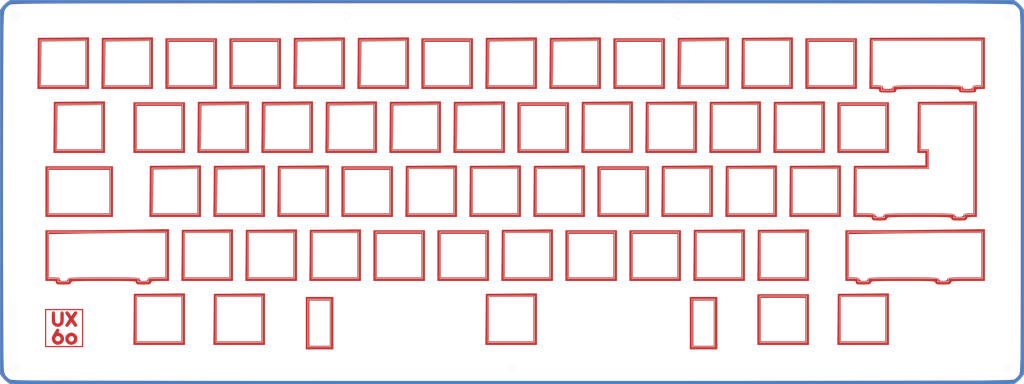
<source format=kicad_pcb>
(kicad_pcb (version 20171130) (host pcbnew 5.1.7)

  (general
    (thickness 1.6)
    (drawings 74)
    (tracks 0)
    (zones 0)
    (modules 8)
    (nets 1)
  )

  (page A4)
  (layers
    (0 F.Cu signal)
    (31 B.Cu signal)
    (32 B.Adhes user)
    (33 F.Adhes user)
    (34 B.Paste user)
    (35 F.Paste user)
    (36 B.SilkS user)
    (37 F.SilkS user)
    (38 B.Mask user)
    (39 F.Mask user)
    (40 Dwgs.User user)
    (41 Cmts.User user)
    (42 Eco1.User user)
    (43 Eco2.User user)
    (44 Edge.Cuts user)
    (45 Margin user)
    (46 B.CrtYd user)
    (47 F.CrtYd user)
    (48 B.Fab user)
    (49 F.Fab user)
  )

  (setup
    (last_trace_width 0.25)
    (trace_clearance 0.2)
    (zone_clearance 0.508)
    (zone_45_only no)
    (trace_min 0.2)
    (via_size 0.8)
    (via_drill 0.4)
    (via_min_size 0.4)
    (via_min_drill 0.3)
    (uvia_size 0.3)
    (uvia_drill 0.1)
    (uvias_allowed no)
    (uvia_min_size 0.2)
    (uvia_min_drill 0.1)
    (edge_width 0.05)
    (segment_width 0.2)
    (pcb_text_width 0.3)
    (pcb_text_size 1.5 1.5)
    (mod_edge_width 0.12)
    (mod_text_size 1 1)
    (mod_text_width 0.15)
    (pad_size 1.524 1.524)
    (pad_drill 0.762)
    (pad_to_mask_clearance 0)
    (aux_axis_origin 0 0)
    (visible_elements FFFFFF7F)
    (pcbplotparams
      (layerselection 0x010fc_ffffffff)
      (usegerberextensions true)
      (usegerberattributes false)
      (usegerberadvancedattributes true)
      (creategerberjobfile true)
      (excludeedgelayer true)
      (linewidth 0.100000)
      (plotframeref false)
      (viasonmask false)
      (mode 1)
      (useauxorigin false)
      (hpglpennumber 1)
      (hpglpenspeed 20)
      (hpglpendiameter 15.000000)
      (psnegative false)
      (psa4output false)
      (plotreference true)
      (plotvalue true)
      (plotinvisibletext false)
      (padsonsilk false)
      (subtractmaskfromsilk false)
      (outputformat 1)
      (mirror false)
      (drillshape 0)
      (scaleselection 1)
      (outputdirectory "Gerber/"))
  )

  (net 0 "")

  (net_class Default "This is the default net class."
    (clearance 0.2)
    (trace_width 0.25)
    (via_dia 0.8)
    (via_drill 0.4)
    (uvia_dia 0.3)
    (uvia_drill 0.1)
  )

  (module Logos:Edge_F_CU (layer B.Cu) (tedit 0) (tstamp 5FA5D09F)
    (at 150.01875 92.86875)
    (fp_text reference G*** (at 0 0) (layer B.SilkS) hide
      (effects (font (size 1.524 1.524) (thickness 0.3)) (justify mirror))
    )
    (fp_text value LOGO (at 0.75 0) (layer B.SilkS) hide
      (effects (font (size 1.524 1.524) (thickness 0.3)) (justify mirror))
    )
    (fp_poly (pts (xy 150.304055 56.548391) (xy 151.074622 55.897667) (xy 151.751742 55.121328) (xy 151.798391 55.054055)
      (xy 152.399999 54.161328) (xy 152.4 -0.000001) (xy 152.4 -54.161329) (xy 151.798391 -55.054056)
      (xy 151.147667 -55.824623) (xy 150.371328 -56.501743) (xy 150.304055 -56.548392) (xy 149.411328 -57.150001)
      (xy 0 -57.150001) (xy -149.411329 -57.15) (xy -150.304056 -56.548392) (xy -151.074623 -55.897668)
      (xy -151.751743 -55.121329) (xy -151.798392 -55.054056) (xy -152.4 -54.161329) (xy -152.4 -19.560485)
      (xy -151.556472 -19.560485) (xy -151.554297 -25.240523) (xy -151.548741 -30.403939) (xy -151.539809 -35.049492)
      (xy -151.527506 -39.17594) (xy -151.511835 -42.782043) (xy -151.492802 -45.866561) (xy -151.470412 -48.428251)
      (xy -151.444668 -50.465874) (xy -151.415575 -51.978188) (xy -151.383139 -52.963954) (xy -151.347363 -53.421928)
      (xy -151.343569 -53.438769) (xy -150.79975 -54.58736) (xy -149.915703 -55.518243) (xy -148.855784 -56.070694)
      (xy -148.537625 -56.086552) (xy -147.701669 -56.101867) (xy -146.359284 -56.116622) (xy -144.521838 -56.130804)
      (xy -142.200699 -56.144396) (xy -139.407238 -56.157385) (xy -136.152821 -56.169755) (xy -132.448818 -56.181491)
      (xy -128.306598 -56.192578) (xy -123.737528 -56.203002) (xy -118.752978 -56.212748) (xy -113.364315 -56.221799)
      (xy -107.58291 -56.230143) (xy -101.420129 -56.237763) (xy -94.887342 -56.244645) (xy -87.995918 -56.250774)
      (xy -80.757224 -56.256134) (xy -73.18263 -56.260712) (xy -65.283504 -56.264491) (xy -57.071214 -56.267458)
      (xy -48.55713 -56.269597) (xy -39.75262 -56.270893) (xy -30.669052 -56.271331) (xy -21.317795 -56.270897)
      (xy -11.710217 -56.269575) (xy -1.857688 -56.267351) (xy 0.396875 -56.266723) (xy 10.992756 -56.263641)
      (xy 21.072431 -56.26062) (xy 30.648863 -56.257614) (xy 39.735012 -56.254574) (xy 48.34384 -56.251455)
      (xy 56.488307 -56.248209) (xy 64.181376 -56.244789) (xy 71.436008 -56.241148) (xy 78.265163 -56.237239)
      (xy 84.681804 -56.233015) (xy 90.698891 -56.228429) (xy 96.329386 -56.223434) (xy 101.58625 -56.217983)
      (xy 106.482444 -56.212029) (xy 111.03093 -56.205524) (xy 115.24467 -56.198422) (xy 119.136624 -56.190676)
      (xy 122.719753 -56.182239) (xy 126.00702 -56.173063) (xy 129.011385 -56.163102) (xy 131.74581 -56.152308)
      (xy 134.223256 -56.140635) (xy 136.456684 -56.128035) (xy 138.459056 -56.114462) (xy 140.243333 -56.099869)
      (xy 141.822476 -56.084207) (xy 143.209447 -56.067431) (xy 144.417206 -56.049494) (xy 145.458716 -56.030347)
      (xy 146.346938 -56.009945) (xy 147.094832 -55.988241) (xy 147.715361 -55.965186) (xy 148.221485 -55.940734)
      (xy 148.626166 -55.914839) (xy 148.942365 -55.887452) (xy 149.183044 -55.858528) (xy 149.361163 -55.828019)
      (xy 149.489685 -55.795877) (xy 149.58157 -55.762057) (xy 149.649779 -55.72651) (xy 149.652158 -55.725076)
      (xy 150.382522 -55.128837) (xy 150.975075 -54.402159) (xy 151.033407 -54.294095) (xy 151.087009 -54.15611)
      (xy 151.136081 -53.966422) (xy 151.180823 -53.703244) (xy 151.221435 -53.344793) (xy 151.258115 -52.869284)
      (xy 151.291065 -52.254931) (xy 151.320484 -51.479951) (xy 151.346571 -50.522558) (xy 151.369527 -49.360967)
      (xy 151.38955 -47.973395) (xy 151.406842 -46.338056) (xy 151.421602 -44.433166) (xy 151.434028 -42.236939)
      (xy 151.444322 -39.727591) (xy 151.452684 -36.883338) (xy 151.459311 -33.682395) (xy 151.464406 -30.102976)
      (xy 151.468167 -26.123298) (xy 151.470793 -21.721575) (xy 151.472486 -16.876023) (xy 151.473445 -11.564857)
      (xy 151.473868 -5.766292) (xy 151.473958 0) (xy 151.473849 6.264815) (xy 151.473388 12.022248)
      (xy 151.472377 17.294084) (xy 151.470614 22.102108) (xy 151.467901 26.468104) (xy 151.464038 30.413856)
      (xy 151.458824 33.961151) (xy 151.452061 37.131772) (xy 151.443547 39.947504) (xy 151.433084 42.430132)
      (xy 151.420472 44.60144) (xy 151.405511 46.483214) (xy 151.388001 48.097238) (xy 151.367742 49.465296)
      (xy 151.344535 50.609174) (xy 151.31818 51.550657) (xy 151.288477 52.311528) (xy 151.255226 52.913573)
      (xy 151.218228 53.378576) (xy 151.177283 53.728322) (xy 151.13219 53.984596) (xy 151.082751 54.169183)
      (xy 151.028765 54.303867) (xy 150.975075 54.402158) (xy 150.378836 55.132522) (xy 149.652158 55.725075)
      (xy 149.584776 55.760641) (xy 149.494402 55.794477) (xy 149.36809 55.826624) (xy 149.192898 55.857128)
      (xy 148.95588 55.886029) (xy 148.644093 55.913373) (xy 148.244594 55.939201) (xy 147.744437 55.963557)
      (xy 147.130678 55.986484) (xy 146.390374 56.008026) (xy 145.510581 56.028225) (xy 144.478354 56.047125)
      (xy 143.280749 56.064769) (xy 141.904823 56.081199) (xy 140.33763 56.09646) (xy 138.566228 56.110593)
      (xy 136.577672 56.123643) (xy 134.359018 56.135653) (xy 131.897321 56.146665) (xy 129.179638 56.156723)
      (xy 126.193025 56.16587) (xy 122.924537 56.174149) (xy 119.361231 56.181604) (xy 115.490163 56.188277)
      (xy 111.298387 56.194211) (xy 106.772961 56.19945) (xy 101.90094 56.204037) (xy 96.66938 56.208015)
      (xy 91.065337 56.211427) (xy 85.075867 56.214317) (xy 78.688026 56.216727) (xy 71.888869 56.2187)
      (xy 64.665453 56.220281) (xy 57.004834 56.221511) (xy 48.894067 56.222434) (xy 40.320209 56.223094)
      (xy 31.270315 56.223533) (xy 21.731441 56.223794) (xy 11.690643 56.223922) (xy 1.134978 56.223958)
      (xy 0 56.223958) (xy -10.610297 56.223929) (xy -20.704372 56.223813) (xy -30.295167 56.223568)
      (xy -39.395629 56.22315) (xy -48.0187 56.222515) (xy -56.177324 56.221621) (xy -63.884447 56.220425)
      (xy -71.153011 56.218883) (xy -77.995962 56.216953) (xy -84.426242 56.214591) (xy -90.456797 56.211753)
      (xy -96.10057 56.208398) (xy -101.370506 56.204481) (xy -106.279547 56.19996) (xy -110.84064 56.194791)
      (xy -115.066726 56.188932) (xy -118.970752 56.182338) (xy -122.56566 56.174967) (xy -125.864395 56.166777)
      (xy -128.879901 56.157722) (xy -131.625122 56.147762) (xy -134.113002 56.136851) (xy -136.356486 56.124948)
      (xy -138.368516 56.112009) (xy -140.162038 56.097991) (xy -141.749995 56.08285) (xy -143.145332 56.066544)
      (xy -144.360992 56.04903) (xy -145.40992 56.030263) (xy -146.30506 56.010202) (xy -147.059355 55.988803)
      (xy -147.685751 55.966023) (xy -148.19719 55.941818) (xy -148.606618 55.916146) (xy -148.926978 55.888963)
      (xy -149.171214 55.860227) (xy -149.35227 55.829893) (xy -149.483091 55.79792) (xy -149.57662 55.764263)
      (xy -149.645802 55.72888) (xy -149.652159 55.725075) (xy -150.382523 55.128836) (xy -150.975076 54.402158)
      (xy -151.033725 54.293179) (xy -151.087645 54.153453) (xy -151.137067 53.961078) (xy -151.182221 53.694154)
      (xy -151.223338 53.330776) (xy -151.26065 52.849042) (xy -151.294387 52.227051) (xy -151.32478 51.4429)
      (xy -151.35206 50.474686) (xy -151.376458 49.300508) (xy -151.398205 47.898462) (xy -151.417532 46.246647)
      (xy -151.434669 44.32316) (xy -151.449848 42.106098) (xy -151.4633 39.57356) (xy -151.475255 36.703643)
      (xy -151.485945 33.474445) (xy -151.4956 29.864063) (xy -151.504451 25.850596) (xy -151.512729 21.412139)
      (xy -151.520666 16.526792) (xy -151.528491 11.172653) (xy -151.536437 5.327817) (xy -151.542668 0.566958)
      (xy -151.550662 -6.655503) (xy -151.555262 -13.365064) (xy -151.556472 -19.560485) (xy -152.4 -19.560485)
      (xy -152.4 54.161328) (xy -151.798392 55.054055) (xy -151.147668 55.824622) (xy -150.371329 56.501742)
      (xy -150.304056 56.548391) (xy -149.411329 57.149999) (xy 149.411328 57.149999) (xy 150.304055 56.548391)) (layer B.Cu) (width 0.01))
  )

  (module Logos:Edge_F_Mask (layer B.Cu) (tedit 0) (tstamp 5FA5CF8E)
    (at 150.01875 92.86875)
    (fp_text reference G*** (at 0 0) (layer B.SilkS) hide
      (effects (font (size 1.524 1.524) (thickness 0.3)) (justify mirror))
    )
    (fp_text value LOGO (at 0.75 0) (layer B.SilkS) hide
      (effects (font (size 1.524 1.524) (thickness 0.3)) (justify mirror))
    )
    (fp_poly (pts (xy 150.304055 56.548391) (xy 151.074622 55.897667) (xy 151.751742 55.121328) (xy 151.798391 55.054055)
      (xy 152.399999 54.161328) (xy 152.4 -0.000001) (xy 152.4 -54.161329) (xy 151.798391 -55.054056)
      (xy 151.147667 -55.824623) (xy 150.371328 -56.501743) (xy 150.304055 -56.548392) (xy 149.411328 -57.150001)
      (xy 0 -57.150001) (xy -149.411329 -57.15) (xy -150.304056 -56.548392) (xy -151.074623 -55.897668)
      (xy -151.751743 -55.121329) (xy -151.798392 -55.054056) (xy -152.4 -54.161329) (xy -152.4 -19.560485)
      (xy -151.556472 -19.560485) (xy -151.554297 -25.240523) (xy -151.548741 -30.403939) (xy -151.539809 -35.049492)
      (xy -151.527506 -39.17594) (xy -151.511835 -42.782043) (xy -151.492802 -45.866561) (xy -151.470412 -48.428251)
      (xy -151.444668 -50.465874) (xy -151.415575 -51.978188) (xy -151.383139 -52.963954) (xy -151.347363 -53.421928)
      (xy -151.343569 -53.438769) (xy -150.79975 -54.58736) (xy -149.915703 -55.518243) (xy -148.855784 -56.070694)
      (xy -148.537625 -56.086552) (xy -147.701669 -56.101867) (xy -146.359284 -56.116622) (xy -144.521838 -56.130804)
      (xy -142.200699 -56.144396) (xy -139.407238 -56.157385) (xy -136.152821 -56.169755) (xy -132.448818 -56.181491)
      (xy -128.306598 -56.192578) (xy -123.737528 -56.203002) (xy -118.752978 -56.212748) (xy -113.364315 -56.221799)
      (xy -107.58291 -56.230143) (xy -101.420129 -56.237763) (xy -94.887342 -56.244645) (xy -87.995918 -56.250774)
      (xy -80.757224 -56.256134) (xy -73.18263 -56.260712) (xy -65.283504 -56.264491) (xy -57.071214 -56.267458)
      (xy -48.55713 -56.269597) (xy -39.75262 -56.270893) (xy -30.669052 -56.271331) (xy -21.317795 -56.270897)
      (xy -11.710217 -56.269575) (xy -1.857688 -56.267351) (xy 0.396875 -56.266723) (xy 10.992756 -56.263641)
      (xy 21.072431 -56.26062) (xy 30.648863 -56.257614) (xy 39.735012 -56.254574) (xy 48.34384 -56.251455)
      (xy 56.488307 -56.248209) (xy 64.181376 -56.244789) (xy 71.436008 -56.241148) (xy 78.265163 -56.237239)
      (xy 84.681804 -56.233015) (xy 90.698891 -56.228429) (xy 96.329386 -56.223434) (xy 101.58625 -56.217983)
      (xy 106.482444 -56.212029) (xy 111.03093 -56.205524) (xy 115.24467 -56.198422) (xy 119.136624 -56.190676)
      (xy 122.719753 -56.182239) (xy 126.00702 -56.173063) (xy 129.011385 -56.163102) (xy 131.74581 -56.152308)
      (xy 134.223256 -56.140635) (xy 136.456684 -56.128035) (xy 138.459056 -56.114462) (xy 140.243333 -56.099869)
      (xy 141.822476 -56.084207) (xy 143.209447 -56.067431) (xy 144.417206 -56.049494) (xy 145.458716 -56.030347)
      (xy 146.346938 -56.009945) (xy 147.094832 -55.988241) (xy 147.715361 -55.965186) (xy 148.221485 -55.940734)
      (xy 148.626166 -55.914839) (xy 148.942365 -55.887452) (xy 149.183044 -55.858528) (xy 149.361163 -55.828019)
      (xy 149.489685 -55.795877) (xy 149.58157 -55.762057) (xy 149.649779 -55.72651) (xy 149.652158 -55.725076)
      (xy 150.382522 -55.128837) (xy 150.975075 -54.402159) (xy 151.033407 -54.294095) (xy 151.087009 -54.15611)
      (xy 151.136081 -53.966422) (xy 151.180823 -53.703244) (xy 151.221435 -53.344793) (xy 151.258115 -52.869284)
      (xy 151.291065 -52.254931) (xy 151.320484 -51.479951) (xy 151.346571 -50.522558) (xy 151.369527 -49.360967)
      (xy 151.38955 -47.973395) (xy 151.406842 -46.338056) (xy 151.421602 -44.433166) (xy 151.434028 -42.236939)
      (xy 151.444322 -39.727591) (xy 151.452684 -36.883338) (xy 151.459311 -33.682395) (xy 151.464406 -30.102976)
      (xy 151.468167 -26.123298) (xy 151.470793 -21.721575) (xy 151.472486 -16.876023) (xy 151.473445 -11.564857)
      (xy 151.473868 -5.766292) (xy 151.473958 0) (xy 151.473849 6.264815) (xy 151.473388 12.022248)
      (xy 151.472377 17.294084) (xy 151.470614 22.102108) (xy 151.467901 26.468104) (xy 151.464038 30.413856)
      (xy 151.458824 33.961151) (xy 151.452061 37.131772) (xy 151.443547 39.947504) (xy 151.433084 42.430132)
      (xy 151.420472 44.60144) (xy 151.405511 46.483214) (xy 151.388001 48.097238) (xy 151.367742 49.465296)
      (xy 151.344535 50.609174) (xy 151.31818 51.550657) (xy 151.288477 52.311528) (xy 151.255226 52.913573)
      (xy 151.218228 53.378576) (xy 151.177283 53.728322) (xy 151.13219 53.984596) (xy 151.082751 54.169183)
      (xy 151.028765 54.303867) (xy 150.975075 54.402158) (xy 150.378836 55.132522) (xy 149.652158 55.725075)
      (xy 149.584776 55.760641) (xy 149.494402 55.794477) (xy 149.36809 55.826624) (xy 149.192898 55.857128)
      (xy 148.95588 55.886029) (xy 148.644093 55.913373) (xy 148.244594 55.939201) (xy 147.744437 55.963557)
      (xy 147.130678 55.986484) (xy 146.390374 56.008026) (xy 145.510581 56.028225) (xy 144.478354 56.047125)
      (xy 143.280749 56.064769) (xy 141.904823 56.081199) (xy 140.33763 56.09646) (xy 138.566228 56.110593)
      (xy 136.577672 56.123643) (xy 134.359018 56.135653) (xy 131.897321 56.146665) (xy 129.179638 56.156723)
      (xy 126.193025 56.16587) (xy 122.924537 56.174149) (xy 119.361231 56.181604) (xy 115.490163 56.188277)
      (xy 111.298387 56.194211) (xy 106.772961 56.19945) (xy 101.90094 56.204037) (xy 96.66938 56.208015)
      (xy 91.065337 56.211427) (xy 85.075867 56.214317) (xy 78.688026 56.216727) (xy 71.888869 56.2187)
      (xy 64.665453 56.220281) (xy 57.004834 56.221511) (xy 48.894067 56.222434) (xy 40.320209 56.223094)
      (xy 31.270315 56.223533) (xy 21.731441 56.223794) (xy 11.690643 56.223922) (xy 1.134978 56.223958)
      (xy 0 56.223958) (xy -10.610297 56.223929) (xy -20.704372 56.223813) (xy -30.295167 56.223568)
      (xy -39.395629 56.22315) (xy -48.0187 56.222515) (xy -56.177324 56.221621) (xy -63.884447 56.220425)
      (xy -71.153011 56.218883) (xy -77.995962 56.216953) (xy -84.426242 56.214591) (xy -90.456797 56.211753)
      (xy -96.10057 56.208398) (xy -101.370506 56.204481) (xy -106.279547 56.19996) (xy -110.84064 56.194791)
      (xy -115.066726 56.188932) (xy -118.970752 56.182338) (xy -122.56566 56.174967) (xy -125.864395 56.166777)
      (xy -128.879901 56.157722) (xy -131.625122 56.147762) (xy -134.113002 56.136851) (xy -136.356486 56.124948)
      (xy -138.368516 56.112009) (xy -140.162038 56.097991) (xy -141.749995 56.08285) (xy -143.145332 56.066544)
      (xy -144.360992 56.04903) (xy -145.40992 56.030263) (xy -146.30506 56.010202) (xy -147.059355 55.988803)
      (xy -147.685751 55.966023) (xy -148.19719 55.941818) (xy -148.606618 55.916146) (xy -148.926978 55.888963)
      (xy -149.171214 55.860227) (xy -149.35227 55.829893) (xy -149.483091 55.79792) (xy -149.57662 55.764263)
      (xy -149.645802 55.72888) (xy -149.652159 55.725075) (xy -150.382523 55.128836) (xy -150.975076 54.402158)
      (xy -151.033725 54.293179) (xy -151.087645 54.153453) (xy -151.137067 53.961078) (xy -151.182221 53.694154)
      (xy -151.223338 53.330776) (xy -151.26065 52.849042) (xy -151.294387 52.227051) (xy -151.32478 51.4429)
      (xy -151.35206 50.474686) (xy -151.376458 49.300508) (xy -151.398205 47.898462) (xy -151.417532 46.246647)
      (xy -151.434669 44.32316) (xy -151.449848 42.106098) (xy -151.4633 39.57356) (xy -151.475255 36.703643)
      (xy -151.485945 33.474445) (xy -151.4956 29.864063) (xy -151.504451 25.850596) (xy -151.512729 21.412139)
      (xy -151.520666 16.526792) (xy -151.528491 11.172653) (xy -151.536437 5.327817) (xy -151.542668 0.566958)
      (xy -151.550662 -6.655503) (xy -151.555262 -13.365064) (xy -151.556472 -19.560485) (xy -152.4 -19.560485)
      (xy -152.4 54.161328) (xy -151.798392 55.054055) (xy -151.147668 55.824622) (xy -150.371329 56.501742)
      (xy -150.304056 56.548391) (xy -149.411329 57.149999) (xy 149.411328 57.149999) (xy 150.304055 56.548391)) (layer B.Mask) (width 0.01))
  )

  (module Logos:Frames_F_MASk (layer F.Cu) (tedit 0) (tstamp 5FA5CE4B)
    (at 150.01875 92.86875)
    (fp_text reference G*** (at 0 0) (layer F.SilkS) hide
      (effects (font (size 1.524 1.524) (thickness 0.3)))
    )
    (fp_text value LOGO (at 0.75 0) (layer F.SilkS) hide
      (effects (font (size 1.524 1.524) (thickness 0.3)))
    )
    (fp_poly (pts (xy -53.18125 46.83125) (xy -61.383334 46.83125) (xy -61.383334 32.279167) (xy -60.325 32.279167)
      (xy -60.325 45.772917) (xy -54.239584 45.772917) (xy -54.239584 32.279167) (xy -60.325 32.279167)
      (xy -61.383334 32.279167) (xy -61.383334 31.220834) (xy -53.18125 31.220834) (xy -53.18125 46.83125)) (layer F.Mask) (width 0.01))
    (fp_poly (pts (xy 61.118749 46.83125) (xy 52.916666 46.83125) (xy 52.916666 32.279167) (xy 53.974999 32.279167)
      (xy 53.974999 45.772917) (xy 60.060416 45.772917) (xy 60.060416 32.279167) (xy 53.974999 32.279167)
      (xy 52.916666 32.279167) (xy 52.916666 31.220834) (xy 61.118749 31.220834) (xy 61.118749 46.83125)) (layer F.Mask) (width 0.01))
    (fp_poly (pts (xy -97.366667 45.508334) (xy -112.720615 45.508334) (xy -112.588756 31.220834) (xy -111.654167 31.220834)
      (xy -111.654167 44.450001) (xy -98.425001 44.450001) (xy -98.425001 31.220834) (xy -111.654167 31.220834)
      (xy -112.588756 31.220834) (xy -112.580209 30.294792) (xy -97.366667 30.154386) (xy -97.366667 45.508334)) (layer F.Mask) (width 0.01))
    (fp_poly (pts (xy -73.554167 45.508334) (xy -88.908115 45.508334) (xy -88.776256 31.220834) (xy -87.841667 31.220834)
      (xy -87.841667 44.450001) (xy -74.6125 44.450001) (xy -74.6125 31.220834) (xy -87.841667 31.220834)
      (xy -88.776256 31.220834) (xy -88.767709 30.294792) (xy -73.554167 30.154386) (xy -73.554167 45.508334)) (layer F.Mask) (width 0.01))
    (fp_poly (pts (xy 7.408333 45.508334) (xy -7.945615 45.508334) (xy -7.813756 31.220834) (xy -6.879167 31.220834)
      (xy -6.879167 44.450001) (xy 6.35 44.450001) (xy 6.35 31.220834) (xy -6.879167 31.220834)
      (xy -7.813756 31.220834) (xy -7.805209 30.294792) (xy 7.408333 30.154386) (xy 7.408333 45.508334)) (layer F.Mask) (width 0.01))
    (fp_poly (pts (xy 88.370833 45.508334) (xy 73.024999 45.508334) (xy 73.024999 31.485417) (xy 74.083333 31.485417)
      (xy 74.083333 44.450001) (xy 87.312499 44.450001) (xy 87.312499 31.485417) (xy 74.083333 31.485417)
      (xy 73.024999 31.485417) (xy 73.024999 30.427084) (xy 88.370833 30.427084) (xy 88.370833 45.508334)) (layer F.Mask) (width 0.01))
    (fp_poly (pts (xy 112.183333 45.508334) (xy 96.829385 45.508334) (xy 96.961244 31.220834) (xy 97.895833 31.220834)
      (xy 97.895833 44.450001) (xy 111.124999 44.450001) (xy 111.124999 31.220834) (xy 97.895833 31.220834)
      (xy 96.961244 31.220834) (xy 96.969791 30.294792) (xy 112.183333 30.154386) (xy 112.183333 45.508334)) (layer F.Mask) (width 0.01))
    (fp_poly (pts (xy -102.129167 26.458334) (xy -104.744142 26.458334) (xy -105.947313 26.467107) (xy -106.723033 26.506446)
      (xy -107.172905 26.595876) (xy -107.398529 26.754925) (xy -107.497497 26.987501) (xy -107.61923 27.251617)
      (xy -107.889408 27.410142) (xy -108.420977 27.489289) (xy -109.326886 27.515276) (xy -109.777314 27.516667)
      (xy -110.839294 27.505861) (xy -111.478134 27.456003) (xy -111.7997 27.340932) (xy -111.909862 27.134487)
      (xy -111.91875 26.987501) (xy -111.93222 26.849604) (xy -112.006378 26.738013) (xy -112.191846 26.649945)
      (xy -112.539248 26.582618) (xy -113.099207 26.533247) (xy -113.922345 26.499051) (xy -115.059286 26.477248)
      (xy -116.560652 26.465053) (xy -118.477067 26.459684) (xy -120.859153 26.458359) (xy -121.545183 26.458334)
      (xy -124.054648 26.45915) (xy -126.086306 26.463455) (xy -127.691519 26.474032) (xy -128.921647 26.493664)
      (xy -129.828051 26.525134) (xy -130.46209 26.571226) (xy -130.875126 26.634723) (xy -131.118519 26.718407)
      (xy -131.243628 26.825064) (xy -131.301816 26.957475) (xy -131.309997 26.987501) (xy -131.43173 27.251617)
      (xy -131.701908 27.410142) (xy -132.233477 27.489289) (xy -133.139386 27.515276) (xy -133.589814 27.516667)
      (xy -134.651794 27.505861) (xy -135.290634 27.456003) (xy -135.6122 27.340932) (xy -135.722362 27.134487)
      (xy -135.731251 26.987501) (xy -135.789175 26.69195) (xy -136.043625 26.53225) (xy -136.615617 26.468062)
      (xy -137.318751 26.458334) (xy -138.906251 26.458334) (xy -138.906251 12.521113) (xy -137.847917 12.521113)
      (xy -137.847917 25.400001) (xy -136.260417 25.400001) (xy -135.373766 25.419309) (xy -134.894667 25.504125)
      (xy -134.702102 25.694789) (xy -134.672917 25.929167) (xy -134.595015 26.259854) (xy -134.271536 26.416227)
      (xy -133.567825 26.458132) (xy -133.482292 26.458334) (xy -132.738246 26.423711) (xy -132.386408 26.279942)
      (xy -132.292122 25.967182) (xy -132.291667 25.929167) (xy -132.279166 25.797797) (xy -132.209671 25.690189)
      (xy -132.035197 25.603973) (xy -131.707756 25.53678) (xy -131.179364 25.486239) (xy -130.402032 25.449982)
      (xy -129.327776 25.425638) (xy -127.908608 25.410838) (xy -126.096542 25.403213) (xy -123.843593 25.400391)
      (xy -121.576042 25.400001) (xy -118.915796 25.400618) (xy -116.73673 25.40405) (xy -114.990858 25.412666)
      (xy -113.630193 25.428836) (xy -112.606749 25.454929) (xy -111.872541 25.493316) (xy -111.379581 25.546366)
      (xy -111.079883 25.616448) (xy -110.925461 25.705933) (xy -110.868329 25.817189) (xy -110.860417 25.929167)
      (xy -110.782515 26.259854) (xy -110.459036 26.416227) (xy -109.755325 26.458132) (xy -109.669792 26.458334)
      (xy -108.925746 26.423711) (xy -108.573908 26.279942) (xy -108.479622 25.967182) (xy -108.479167 25.929167)
      (xy -108.442854 25.688323) (xy -108.270062 25.534145) (xy -107.865014 25.447476) (xy -107.131931 25.409161)
      (xy -105.975034 25.400044) (xy -105.833334 25.400001) (xy -103.1875 25.400001) (xy -103.1875 12.170834)
      (xy -111.346353 12.170834) (xy -113.781241 12.176863) (xy -116.587016 12.193886) (xy -119.605545 12.220304)
      (xy -122.678697 12.25452) (xy -125.648342 12.294934) (xy -128.356348 12.33995) (xy -128.676561 12.345973)
      (xy -137.847917 12.521113) (xy -138.906251 12.521113) (xy -138.906251 11.377084) (xy -131.828646 11.376747)
      (xy -129.9259 11.37209) (xy -127.6043 11.358979) (xy -124.974075 11.338465) (xy -122.145451 11.311598)
      (xy -119.228656 11.27943) (xy -116.333919 11.243013) (xy -113.571467 11.203398) (xy -113.440105 11.201373)
      (xy -102.129167 11.026335) (xy -102.129167 26.458334)) (layer F.Mask) (width 0.01))
    (fp_poly (pts (xy 140.758333 26.458334) (xy 135.762108 26.458334) (xy 134.019739 26.460945) (xy 132.734382 26.473735)
      (xy 131.83389 26.504141) (xy 131.246116 26.559596) (xy 130.898913 26.647536) (xy 130.720133 26.775398)
      (xy 130.63763 26.950616) (xy 130.627503 26.987501) (xy 130.506705 27.250356) (xy 130.238763 27.408713)
      (xy 129.711414 27.488349) (xy 128.812393 27.51504) (xy 128.322916 27.516667) (xy 127.243559 27.50395)
      (xy 126.580835 27.448612) (xy 126.22248 27.324877) (xy 126.056229 27.106967) (xy 126.018329 26.987501)
      (xy 125.966937 26.848498) (xy 125.858412 26.736241) (xy 125.640939 26.647873) (xy 125.262706 26.580539)
      (xy 124.6719 26.531384) (xy 123.816706 26.497551) (xy 122.645312 26.476186) (xy 121.105905 26.464432)
      (xy 119.146672 26.459435) (xy 116.715798 26.458339) (xy 116.416666 26.458334) (xy 113.930617 26.459175)
      (xy 111.921921 26.463602) (xy 110.338765 26.47447) (xy 109.129335 26.494636) (xy 108.241819 26.526954)
      (xy 107.624402 26.574279) (xy 107.225272 26.639469) (xy 106.992615 26.725377) (xy 106.874618 26.83486)
      (xy 106.819468 26.970774) (xy 106.815003 26.987501) (xy 106.69327 27.251617) (xy 106.423092 27.410142)
      (xy 105.891523 27.489289) (xy 104.985614 27.515276) (xy 104.535186 27.516667) (xy 103.473206 27.505861)
      (xy 102.834366 27.456003) (xy 102.5128 27.340932) (xy 102.402638 27.134487) (xy 102.393749 26.987501)
      (xy 102.335825 26.69195) (xy 102.081375 26.53225) (xy 101.509383 26.468062) (xy 100.806249 26.458334)
      (xy 99.218749 26.458334) (xy 99.218749 12.521432) (xy 100.277083 12.521432) (xy 100.277083 25.400001)
      (xy 101.757061 25.400001) (xy 102.626731 25.428109) (xy 103.104928 25.542097) (xy 103.327725 25.786458)
      (xy 103.37542 25.929167) (xy 103.571946 26.272073) (xy 104.022095 26.427736) (xy 104.673567 26.458334)
      (xy 105.405772 26.421759) (xy 105.747111 26.27076) (xy 105.833272 25.943427) (xy 105.833333 25.929167)
      (xy 105.845968 25.79688) (xy 105.916109 25.688704) (xy 106.092111 25.602213) (xy 106.422331 25.534984)
      (xy 106.955122 25.484591) (xy 107.73884 25.44861) (xy 108.821841 25.424616) (xy 110.252479 25.410183)
      (xy 112.07911 25.402888) (xy 114.350088 25.400304) (xy 116.385807 25.400001) (xy 119.024616 25.400697)
      (xy 121.183255 25.404403) (xy 122.910722 25.413544) (xy 124.256014 25.430544) (xy 125.268128 25.45783)
      (xy 125.996061 25.497827) (xy 126.488811 25.552959) (xy 126.795374 25.625652) (xy 126.964747 25.718331)
      (xy 127.045928 25.833421) (xy 127.076662 25.929167) (xy 127.281971 26.279258) (xy 127.752768 26.433124)
      (xy 128.322916 26.458334) (xy 129.070082 26.403998) (xy 129.445999 26.198345) (xy 129.56917 25.929167)
      (xy 129.642063 25.744699) (xy 129.798334 25.608917) (xy 130.11013 25.514385) (xy 130.649598 25.453668)
      (xy 131.488886 25.41933) (xy 132.70014 25.403937) (xy 134.355508 25.400051) (xy 134.703775 25.400001)
      (xy 139.7 25.400001) (xy 139.7 12.170834) (xy 130.505729 12.171196) (xy 127.958581 12.176529)
      (xy 125.027928 12.191485) (xy 121.859319 12.214769) (xy 118.598302 12.245086) (xy 115.390426 12.281142)
      (xy 112.38124 12.321643) (xy 110.79427 12.346495) (xy 100.277083 12.521432) (xy 99.218749 12.521432)
      (xy 99.218749 11.377084) (xy 107.090104 11.376788) (xy 109.059576 11.37271) (xy 111.456515 11.36118)
      (xy 114.179284 11.343057) (xy 117.126247 11.319199) (xy 120.19577 11.290464) (xy 123.286216 11.257712)
      (xy 126.29595 11.221802) (xy 127.859895 11.20129) (xy 140.758333 11.026089) (xy 140.758333 26.458334)) (layer F.Mask) (width 0.01))
    (fp_poly (pts (xy -83.079167 26.458334) (xy -98.433115 26.458334) (xy -98.301256 12.170834) (xy -97.366667 12.170834)
      (xy -97.366667 25.400001) (xy -84.1375 25.400001) (xy -84.1375 12.170834) (xy -97.366667 12.170834)
      (xy -98.301256 12.170834) (xy -98.292709 11.244792) (xy -83.079167 11.104386) (xy -83.079167 26.458334)) (layer F.Mask) (width 0.01))
    (fp_poly (pts (xy -64.029167 26.458334) (xy -79.383115 26.458334) (xy -79.251256 12.170834) (xy -78.316667 12.170834)
      (xy -78.316667 25.400001) (xy -65.0875 25.400001) (xy -65.0875 12.170834) (xy -78.316667 12.170834)
      (xy -79.251256 12.170834) (xy -79.242709 11.244792) (xy -64.029167 11.104386) (xy -64.029167 26.458334)) (layer F.Mask) (width 0.01))
    (fp_poly (pts (xy -44.979167 26.458334) (xy -60.333115 26.458334) (xy -60.201256 12.170834) (xy -59.266667 12.170834)
      (xy -59.266667 25.400001) (xy -46.037501 25.400001) (xy -46.037501 12.170834) (xy -59.266667 12.170834)
      (xy -60.201256 12.170834) (xy -60.192709 11.244792) (xy -44.979167 11.104386) (xy -44.979167 26.458334)) (layer F.Mask) (width 0.01))
    (fp_poly (pts (xy -25.929167 26.458334) (xy -41.275001 26.458334) (xy -41.275001 12.435417) (xy -40.216667 12.435417)
      (xy -40.216667 25.400001) (xy -26.987501 25.400001) (xy -26.987501 12.435417) (xy -40.216667 12.435417)
      (xy -41.275001 12.435417) (xy -41.275001 11.377084) (xy -25.929167 11.377084) (xy -25.929167 26.458334)) (layer F.Mask) (width 0.01))
    (fp_poly (pts (xy -6.879167 26.458334) (xy -22.225001 26.458334) (xy -22.225001 12.435417) (xy -21.166667 12.435417)
      (xy -21.166667 25.400001) (xy -7.9375 25.400001) (xy -7.9375 12.435417) (xy -21.166667 12.435417)
      (xy -22.225001 12.435417) (xy -22.225001 11.377084) (xy -6.879167 11.377084) (xy -6.879167 26.458334)) (layer F.Mask) (width 0.01))
    (fp_poly (pts (xy 12.170833 26.458334) (xy -3.183115 26.458334) (xy -3.051256 12.170834) (xy -2.116667 12.170834)
      (xy -2.116667 25.400001) (xy 11.1125 25.400001) (xy 11.1125 12.170834) (xy -2.116667 12.170834)
      (xy -3.051256 12.170834) (xy -3.042709 11.244792) (xy 12.170833 11.104386) (xy 12.170833 26.458334)) (layer F.Mask) (width 0.01))
    (fp_poly (pts (xy 31.220833 26.458334) (xy 15.875 26.458334) (xy 15.875 12.435417) (xy 16.933333 12.435417)
      (xy 16.933333 25.400001) (xy 30.1625 25.400001) (xy 30.1625 12.435417) (xy 16.933333 12.435417)
      (xy 15.875 12.435417) (xy 15.875 11.377084) (xy 31.220833 11.377084) (xy 31.220833 26.458334)) (layer F.Mask) (width 0.01))
    (fp_poly (pts (xy 50.270833 26.458334) (xy 34.925 26.458334) (xy 34.925 12.435417) (xy 35.983333 12.435417)
      (xy 35.983333 25.400001) (xy 49.2125 25.400001) (xy 49.2125 12.435417) (xy 35.983333 12.435417)
      (xy 34.925 12.435417) (xy 34.925 11.377084) (xy 50.270833 11.377084) (xy 50.270833 26.458334)) (layer F.Mask) (width 0.01))
    (fp_poly (pts (xy 69.320833 26.458334) (xy 53.966885 26.458334) (xy 54.098744 12.170834) (xy 55.033333 12.170834)
      (xy 55.033333 25.400001) (xy 68.262499 25.400001) (xy 68.262499 12.170834) (xy 55.033333 12.170834)
      (xy 54.098744 12.170834) (xy 54.107291 11.244792) (xy 69.320833 11.104386) (xy 69.320833 26.458334)) (layer F.Mask) (width 0.01))
    (fp_poly (pts (xy 88.370833 26.458334) (xy 73.016885 26.458334) (xy 73.148744 12.170834) (xy 74.083333 12.170834)
      (xy 74.083333 25.400001) (xy 87.312499 25.400001) (xy 87.312499 12.170834) (xy 74.083333 12.170834)
      (xy 73.148744 12.170834) (xy 73.157291 11.244792) (xy 88.370833 11.104386) (xy 88.370833 26.458334)) (layer F.Mask) (width 0.01))
    (fp_poly (pts (xy 138.377083 7.408334) (xy 136.952733 7.408334) (xy 136.101153 7.438902) (xy 135.638326 7.56186)
      (xy 135.425801 7.82409) (xy 135.390003 7.9375) (xy 135.269205 8.200356) (xy 135.001263 8.358713)
      (xy 134.473914 8.438349) (xy 133.574893 8.46504) (xy 133.085416 8.466667) (xy 132.006059 8.45395)
      (xy 131.343335 8.398612) (xy 130.98498 8.274877) (xy 130.818729 8.056967) (xy 130.780829 7.9375)
      (xy 130.729437 7.798498) (xy 130.620912 7.686241) (xy 130.403439 7.597873) (xy 130.025206 7.530539)
      (xy 129.4344 7.481384) (xy 128.579206 7.447551) (xy 127.407812 7.426186) (xy 125.868405 7.414432)
      (xy 123.909172 7.409435) (xy 121.478298 7.408339) (xy 121.179166 7.408334) (xy 118.693117 7.409175)
      (xy 116.684421 7.413602) (xy 115.101265 7.42447) (xy 113.891835 7.444636) (xy 113.004319 7.476954)
      (xy 112.386902 7.524279) (xy 111.987772 7.589469) (xy 111.755115 7.675377) (xy 111.637118 7.78486)
      (xy 111.581968 7.920774) (xy 111.577503 7.9375) (xy 111.45577 8.201617) (xy 111.185592 8.360142)
      (xy 110.654023 8.439289) (xy 109.748114 8.465276) (xy 109.297686 8.466667) (xy 108.235706 8.455861)
      (xy 107.596866 8.406003) (xy 107.2753 8.290932) (xy 107.165138 8.084487) (xy 107.156249 7.9375)
      (xy 107.121459 7.701574) (xy 106.954762 7.548503) (xy 106.562668 7.460506) (xy 105.851687 7.4198)
      (xy 104.728329 7.408605) (xy 104.374067 7.408334) (xy 101.591885 7.408334) (xy 101.723744 -6.879166)
      (xy 102.658333 -6.879166) (xy 102.658333 6.35) (xy 105.328936 6.35) (xy 106.546809 6.358423)
      (xy 107.336091 6.396308) (xy 107.797251 6.482583) (xy 108.030761 6.636174) (xy 108.137091 6.876009)
      (xy 108.13792 6.879167) (xy 108.334446 7.222073) (xy 108.784595 7.377736) (xy 109.436067 7.408334)
      (xy 110.168272 7.371759) (xy 110.509611 7.22076) (xy 110.595772 6.893427) (xy 110.595833 6.879167)
      (xy 110.608468 6.74688) (xy 110.678609 6.638704) (xy 110.854611 6.552213) (xy 111.184831 6.484984)
      (xy 111.717622 6.434591) (xy 112.50134 6.39861) (xy 113.584341 6.374616) (xy 115.014979 6.360183)
      (xy 116.84161 6.352888) (xy 119.112588 6.350304) (xy 121.148307 6.35) (xy 123.787116 6.350697)
      (xy 125.945755 6.354403) (xy 127.673222 6.363544) (xy 129.018514 6.380544) (xy 130.030628 6.40783)
      (xy 130.758561 6.447827) (xy 131.251311 6.502959) (xy 131.557874 6.575652) (xy 131.727247 6.668331)
      (xy 131.808428 6.783421) (xy 131.839162 6.879167) (xy 132.044471 7.229258) (xy 132.515268 7.383124)
      (xy 133.085416 7.408334) (xy 133.832582 7.353998) (xy 134.208499 7.148345) (xy 134.33167 6.879167)
      (xy 134.495906 6.565762) (xy 134.868711 6.405761) (xy 135.588539 6.352282) (xy 135.8944 6.35)
      (xy 137.31875 6.35) (xy 137.31875 -25.929166) (xy 121.708333 -25.929166) (xy 121.708333 -12.699999)
      (xy 124.089583 -12.699999) (xy 124.089583 -6.879166) (xy 102.658333 -6.879166) (xy 101.723744 -6.879166)
      (xy 101.732291 -7.805208) (xy 112.38177 -7.874355) (xy 123.03125 -7.943503) (xy 123.03125 -11.641666)
      (xy 120.641885 -11.641666) (xy 120.782291 -26.855208) (xy 129.579687 -26.92492) (xy 138.377083 -26.994633)
      (xy 138.377083 7.408334)) (layer F.Mask) (width 0.01))
    (fp_poly (pts (xy -118.797917 7.408334) (xy -138.906251 7.408334) (xy -138.906251 -6.614583) (xy -137.847917 -6.614583)
      (xy -137.847917 6.35) (xy -119.856251 6.35) (xy -119.856251 -6.614583) (xy -137.847917 -6.614583)
      (xy -138.906251 -6.614583) (xy -138.906251 -7.672916) (xy -118.797917 -7.672916) (xy -118.797917 7.408334)) (layer F.Mask) (width 0.01))
    (fp_poly (pts (xy -92.604167 7.408334) (xy -107.958115 7.408334) (xy -107.948348 6.35) (xy -106.900911 6.35)
      (xy -93.662501 6.35) (xy -93.662501 -6.88841) (xy -106.759375 -6.746874) (xy -106.900911 6.35)
      (xy -107.948348 6.35) (xy -107.817709 -7.805208) (xy -92.604167 -7.945614) (xy -92.604167 7.408334)) (layer F.Mask) (width 0.01))
    (fp_poly (pts (xy -73.554167 7.408334) (xy -88.908115 7.408334) (xy -88.898348 6.35) (xy -87.850911 6.35)
      (xy -74.6125 6.35) (xy -74.6125 -6.88841) (xy -87.709376 -6.746874) (xy -87.780143 -0.198437)
      (xy -87.850911 6.35) (xy -88.898348 6.35) (xy -88.767709 -7.805208) (xy -73.554167 -7.945614)
      (xy -73.554167 7.408334)) (layer F.Mask) (width 0.01))
    (fp_poly (pts (xy -54.504167 7.408334) (xy -69.858115 7.408334) (xy -69.726256 -6.879166) (xy -68.791667 -6.879166)
      (xy -68.791667 6.35) (xy -55.5625 6.35) (xy -55.5625 -6.879166) (xy -68.791667 -6.879166)
      (xy -69.726256 -6.879166) (xy -69.717709 -7.805208) (xy -54.504167 -7.945614) (xy -54.504167 7.408334)) (layer F.Mask) (width 0.01))
    (fp_poly (pts (xy -35.454167 7.408334) (xy -50.8 7.408334) (xy -50.8 -6.614583) (xy -49.741667 -6.614583)
      (xy -49.741667 6.35) (xy -36.512501 6.35) (xy -36.512501 -6.614583) (xy -49.741667 -6.614583)
      (xy -50.8 -6.614583) (xy -50.8 -7.672916) (xy -35.454167 -7.672916) (xy -35.454167 7.408334)) (layer F.Mask) (width 0.01))
    (fp_poly (pts (xy -16.404167 7.408334) (xy -31.758115 7.408334) (xy -31.626256 -6.879166) (xy -30.691667 -6.879166)
      (xy -30.691667 6.35) (xy -17.4625 6.35) (xy -17.4625 -6.879166) (xy -30.691667 -6.879166)
      (xy -31.626256 -6.879166) (xy -31.617709 -7.805208) (xy -16.404167 -7.945614) (xy -16.404167 7.408334)) (layer F.Mask) (width 0.01))
    (fp_poly (pts (xy 2.645833 7.408334) (xy -12.708115 7.408334) (xy -12.576256 -6.879166) (xy -11.641667 -6.879166)
      (xy -11.641667 6.35) (xy 1.5875 6.35) (xy 1.5875 -6.879166) (xy -11.641667 -6.879166)
      (xy -12.576256 -6.879166) (xy -12.567709 -7.805208) (xy 2.645833 -7.945614) (xy 2.645833 7.408334)) (layer F.Mask) (width 0.01))
    (fp_poly (pts (xy 21.695833 7.408334) (xy 6.341885 7.408334) (xy 6.473744 -6.879166) (xy 7.408333 -6.879166)
      (xy 7.408333 6.35) (xy 20.6375 6.35) (xy 20.6375 -6.879166) (xy 7.408333 -6.879166)
      (xy 6.473744 -6.879166) (xy 6.482291 -7.805208) (xy 21.695833 -7.945614) (xy 21.695833 7.408334)) (layer F.Mask) (width 0.01))
    (fp_poly (pts (xy 40.745833 7.408334) (xy 25.4 7.408334) (xy 25.4 -6.614583) (xy 26.458333 -6.614583)
      (xy 26.458333 6.35) (xy 39.6875 6.35) (xy 39.6875 -6.614583) (xy 26.458333 -6.614583)
      (xy 25.4 -6.614583) (xy 25.4 -7.672916) (xy 40.745833 -7.672916) (xy 40.745833 7.408334)) (layer F.Mask) (width 0.01))
    (fp_poly (pts (xy 59.795833 7.408334) (xy 44.441885 7.408334) (xy 44.573744 -6.879166) (xy 45.508333 -6.879166)
      (xy 45.508333 6.35) (xy 58.737499 6.35) (xy 58.737499 -6.879166) (xy 45.508333 -6.879166)
      (xy 44.573744 -6.879166) (xy 44.582291 -7.805208) (xy 59.795833 -7.945614) (xy 59.795833 7.408334)) (layer F.Mask) (width 0.01))
    (fp_poly (pts (xy 78.845833 7.408334) (xy 63.491885 7.408334) (xy 63.623744 -6.879166) (xy 64.558333 -6.879166)
      (xy 64.558333 6.35) (xy 77.787499 6.35) (xy 77.787499 -6.879166) (xy 64.558333 -6.879166)
      (xy 63.623744 -6.879166) (xy 63.632291 -7.805208) (xy 78.845833 -7.945614) (xy 78.845833 7.408334)) (layer F.Mask) (width 0.01))
    (fp_poly (pts (xy 97.895833 7.408334) (xy 82.541885 7.408334) (xy 82.673744 -6.879166) (xy 83.608333 -6.879166)
      (xy 83.608333 6.35) (xy 96.837499 6.35) (xy 96.837499 -6.879166) (xy 83.608333 -6.879166)
      (xy 82.673744 -6.879166) (xy 82.682291 -7.805208) (xy 97.895833 -7.945614) (xy 97.895833 7.408334)) (layer F.Mask) (width 0.01))
    (fp_poly (pts (xy -121.179167 -11.641666) (xy -136.533115 -11.641666) (xy -136.523348 -12.699999) (xy -135.475911 -12.699999)
      (xy -122.237501 -12.699999) (xy -122.237501 -25.93841) (xy -128.785938 -25.867642) (xy -135.334375 -25.796875)
      (xy -135.475911 -12.699999) (xy -136.523348 -12.699999) (xy -136.392709 -26.855208) (xy -121.179167 -26.995614)
      (xy -121.179167 -11.641666)) (layer F.Mask) (width 0.01))
    (fp_poly (pts (xy -97.366667 -11.641666) (xy -112.7125 -11.641666) (xy -112.7125 -25.664583) (xy -111.654167 -25.664583)
      (xy -111.654167 -12.699999) (xy -98.425001 -12.699999) (xy -98.425001 -25.664583) (xy -111.654167 -25.664583)
      (xy -112.7125 -25.664583) (xy -112.7125 -26.722916) (xy -97.366667 -26.722916) (xy -97.366667 -11.641666)) (layer F.Mask) (width 0.01))
    (fp_poly (pts (xy -78.316667 -11.641666) (xy -93.670615 -11.641666) (xy -93.660848 -12.699999) (xy -92.613411 -12.699999)
      (xy -79.375 -12.699999) (xy -79.375 -25.93841) (xy -85.923438 -25.867642) (xy -92.471876 -25.796875)
      (xy -92.542643 -19.248437) (xy -92.613411 -12.699999) (xy -93.660848 -12.699999) (xy -93.530209 -26.855208)
      (xy -78.316667 -26.995614) (xy -78.316667 -11.641666)) (layer F.Mask) (width 0.01))
    (fp_poly (pts (xy -59.266667 -11.641666) (xy -74.620615 -11.641666) (xy -74.610848 -12.699999) (xy -73.563411 -12.699999)
      (xy -60.325 -12.699999) (xy -60.325 -25.93841) (xy -66.873438 -25.867642) (xy -73.421875 -25.796875)
      (xy -73.563411 -12.699999) (xy -74.610848 -12.699999) (xy -74.480209 -26.855208) (xy -59.266667 -26.995614)
      (xy -59.266667 -11.641666)) (layer F.Mask) (width 0.01))
    (fp_poly (pts (xy -40.216667 -11.641666) (xy -55.570615 -11.641666) (xy -55.560848 -12.699999) (xy -54.513411 -12.699999)
      (xy -41.275001 -12.699999) (xy -41.275001 -25.93841) (xy -47.823438 -25.867642) (xy -54.371875 -25.796875)
      (xy -54.513411 -12.699999) (xy -55.560848 -12.699999) (xy -55.430209 -26.855208) (xy -40.216667 -26.995614)
      (xy -40.216667 -11.641666)) (layer F.Mask) (width 0.01))
    (fp_poly (pts (xy -21.166667 -11.641666) (xy -36.520615 -11.641666) (xy -36.510848 -12.699999) (xy -35.463411 -12.699999)
      (xy -22.225001 -12.699999) (xy -22.225001 -25.93841) (xy -28.773438 -25.867642) (xy -35.321876 -25.796875)
      (xy -35.392643 -19.248437) (xy -35.463411 -12.699999) (xy -36.510848 -12.699999) (xy -36.380209 -26.855208)
      (xy -21.166667 -26.995614) (xy -21.166667 -11.641666)) (layer F.Mask) (width 0.01))
    (fp_poly (pts (xy -2.116667 -11.641666) (xy -17.470615 -11.641666) (xy -17.460848 -12.699999) (xy -16.413411 -12.699999)
      (xy -3.175 -12.699999) (xy -3.175 -25.93841) (xy -9.723438 -25.867642) (xy -16.271875 -25.796875)
      (xy -16.413411 -12.699999) (xy -17.460848 -12.699999) (xy -17.330209 -26.855208) (xy -2.116667 -26.995614)
      (xy -2.116667 -11.641666)) (layer F.Mask) (width 0.01))
    (fp_poly (pts (xy 16.933333 -11.641666) (xy 1.5875 -11.641666) (xy 1.5875 -25.664583) (xy 2.645833 -25.664583)
      (xy 2.645833 -12.699999) (xy 15.875 -12.699999) (xy 15.875 -25.664583) (xy 2.645833 -25.664583)
      (xy 1.5875 -25.664583) (xy 1.5875 -26.722916) (xy 16.933333 -26.722916) (xy 16.933333 -11.641666)) (layer F.Mask) (width 0.01))
    (fp_poly (pts (xy 35.983333 -11.641666) (xy 20.629385 -11.641666) (xy 20.761244 -25.929166) (xy 21.695833 -25.929166)
      (xy 21.695833 -12.699999) (xy 34.925 -12.699999) (xy 34.925 -25.929166) (xy 21.695833 -25.929166)
      (xy 20.761244 -25.929166) (xy 20.769791 -26.855208) (xy 35.983333 -26.995614) (xy 35.983333 -11.641666)) (layer F.Mask) (width 0.01))
    (fp_poly (pts (xy 55.033333 -11.641666) (xy 39.679385 -11.641666) (xy 39.811244 -25.929166) (xy 40.745833 -25.929166)
      (xy 40.745833 -12.699999) (xy 53.974999 -12.699999) (xy 53.974999 -25.929166) (xy 40.745833 -25.929166)
      (xy 39.811244 -25.929166) (xy 39.819791 -26.855208) (xy 55.033333 -26.995614) (xy 55.033333 -11.641666)) (layer F.Mask) (width 0.01))
    (fp_poly (pts (xy 74.083333 -11.641666) (xy 58.729385 -11.641666) (xy 58.861244 -25.929166) (xy 59.795833 -25.929166)
      (xy 59.795833 -12.699999) (xy 73.024999 -12.699999) (xy 73.024999 -25.929166) (xy 59.795833 -25.929166)
      (xy 58.861244 -25.929166) (xy 58.869791 -26.855208) (xy 74.083333 -26.995614) (xy 74.083333 -11.641666)) (layer F.Mask) (width 0.01))
    (fp_poly (pts (xy 93.133333 -11.641666) (xy 77.779385 -11.641666) (xy 77.911244 -25.929166) (xy 78.845833 -25.929166)
      (xy 78.845833 -12.699999) (xy 92.074999 -12.699999) (xy 92.074999 -25.929166) (xy 78.845833 -25.929166)
      (xy 77.911244 -25.929166) (xy 77.919791 -26.855208) (xy 93.133333 -26.995614) (xy 93.133333 -11.641666)) (layer F.Mask) (width 0.01))
    (fp_poly (pts (xy 112.183333 -11.641666) (xy 96.837499 -11.641666) (xy 96.837499 -25.664583) (xy 97.895833 -25.664583)
      (xy 97.895833 -12.699999) (xy 111.124999 -12.699999) (xy 111.124999 -25.664583) (xy 97.895833 -25.664583)
      (xy 96.837499 -25.664583) (xy 96.837499 -26.722916) (xy 112.183333 -26.722916) (xy 112.183333 -11.641666)) (layer F.Mask) (width 0.01))
    (fp_poly (pts (xy 140.758333 -30.691666) (xy 139.435416 -30.691666) (xy 138.641925 -30.663806) (xy 138.246182 -30.545552)
      (xy 138.11816 -30.284895) (xy 138.1125 -30.1625) (xy 138.074544 -29.916554) (xy 137.895239 -29.761331)
      (xy 137.476425 -29.676165) (xy 136.719944 -29.640391) (xy 135.598958 -29.633333) (xy 134.430718 -29.641323)
      (xy 133.693409 -29.679072) (xy 133.288869 -29.767243) (xy 133.118942 -29.926502) (xy 133.085416 -30.1625)
      (xy 133.071712 -30.301932) (xy 132.996436 -30.414439) (xy 132.808339 -30.502909) (xy 132.456175 -30.570228)
      (xy 131.888696 -30.619284) (xy 131.054654 -30.652963) (xy 129.902802 -30.674153) (xy 128.381893 -30.685741)
      (xy 126.440679 -30.690615) (xy 124.027913 -30.691661) (xy 123.692708 -30.691666) (xy 121.217781 -30.690894)
      (xy 119.220773 -30.686653) (xy 117.650437 -30.676056) (xy 116.455525 -30.656216) (xy 115.584789 -30.624245)
      (xy 114.986982 -30.577257) (xy 114.610856 -30.512364) (xy 114.405165 -30.426679) (xy 114.318661 -30.317315)
      (xy 114.300096 -30.181384) (xy 114.299999 -30.1625) (xy 114.262044 -29.916554) (xy 114.082739 -29.761331)
      (xy 113.663925 -29.676165) (xy 112.907444 -29.640391) (xy 111.786458 -29.633333) (xy 110.618218 -29.641323)
      (xy 109.880909 -29.679072) (xy 109.476369 -29.767243) (xy 109.306442 -29.926502) (xy 109.272916 -30.1625)
      (xy 109.209931 -30.467971) (xy 108.937463 -30.627298) (xy 108.330246 -30.685905) (xy 107.81365 -30.691666)
      (xy 106.354385 -30.691666) (xy 106.486244 -44.979166) (xy 107.420833 -44.979166) (xy 107.420833 -31.749999)
      (xy 108.876041 -31.749999) (xy 109.717003 -31.727031) (xy 110.155098 -31.627725) (xy 110.315729 -31.406479)
      (xy 110.331249 -31.220833) (xy 110.394412 -30.915028) (xy 110.667504 -30.755721) (xy 111.27593 -30.69731)
      (xy 111.786458 -30.691666) (xy 112.62742 -30.714634) (xy 113.065514 -30.813941) (xy 113.226146 -31.035186)
      (xy 113.241666 -31.220833) (xy 113.254386 -31.3537) (xy 113.324937 -31.462235) (xy 113.50191 -31.548896)
      (xy 113.833892 -31.616145) (xy 114.369472 -31.666442) (xy 115.15724 -31.702246) (xy 116.245784 -31.726018)
      (xy 117.683692 -31.740218) (xy 119.519555 -31.747307) (xy 121.80196 -31.749744) (xy 123.692708 -31.749999)
      (xy 126.31684 -31.749355) (xy 128.460395 -31.745783) (xy 130.171961 -31.736823) (xy 131.500127 -31.720013)
      (xy 132.493482 -31.692895) (xy 133.200614 -31.653008) (xy 133.670113 -31.597892) (xy 133.950568 -31.525087)
      (xy 134.090567 -31.432132) (xy 134.138699 -31.316567) (xy 134.14375 -31.220833) (xy 134.206912 -30.915028)
      (xy 134.480004 -30.755721) (xy 135.08843 -30.69731) (xy 135.598958 -30.691666) (xy 136.43992 -30.714634)
      (xy 136.878014 -30.813941) (xy 137.038646 -31.035186) (xy 137.054166 -31.220833) (xy 137.123816 -31.538229)
      (xy 137.419451 -31.696527) (xy 138.071094 -31.747735) (xy 138.377083 -31.749999) (xy 139.7 -31.749999)
      (xy 139.7 -44.979166) (xy 107.420833 -44.979166) (xy 106.486244 -44.979166) (xy 106.494791 -45.905208)
      (xy 123.626562 -45.973284) (xy 140.758333 -46.041359) (xy 140.758333 -30.691666)) (layer F.Mask) (width 0.01))
    (fp_poly (pts (xy -125.941667 -30.691666) (xy -141.295615 -30.691666) (xy -141.285848 -31.749999) (xy -140.238411 -31.749999)
      (xy -127 -31.749999) (xy -127 -44.98841) (xy -133.548438 -44.917642) (xy -140.096875 -44.846874)
      (xy -140.167643 -38.298437) (xy -140.238411 -31.749999) (xy -141.285848 -31.749999) (xy -141.155209 -45.905208)
      (xy -125.941667 -46.045614) (xy -125.941667 -30.691666)) (layer F.Mask) (width 0.01))
    (fp_poly (pts (xy -106.891667 -30.691666) (xy -122.245615 -30.691666) (xy -122.235848 -31.749999) (xy -121.188411 -31.749999)
      (xy -107.95 -31.749999) (xy -107.95 -44.98841) (xy -121.046876 -44.846874) (xy -121.117643 -38.298437)
      (xy -121.188411 -31.749999) (xy -122.235848 -31.749999) (xy -122.105209 -45.905208) (xy -106.891667 -46.045614)
      (xy -106.891667 -30.691666)) (layer F.Mask) (width 0.01))
    (fp_poly (pts (xy -87.841667 -30.691666) (xy -103.1875 -30.691666) (xy -103.1875 -44.714583) (xy -102.129167 -44.714583)
      (xy -102.129167 -31.749999) (xy -88.900001 -31.749999) (xy -88.900001 -44.714583) (xy -102.129167 -44.714583)
      (xy -103.1875 -44.714583) (xy -103.1875 -45.772916) (xy -87.841667 -45.772916) (xy -87.841667 -30.691666)) (layer F.Mask) (width 0.01))
    (fp_poly (pts (xy -68.791667 -30.691666) (xy -84.1375 -30.691666) (xy -84.1375 -44.714583) (xy -83.079167 -44.714583)
      (xy -83.079167 -31.749999) (xy -69.85 -31.749999) (xy -69.85 -44.714583) (xy -83.079167 -44.714583)
      (xy -84.1375 -44.714583) (xy -84.1375 -45.772916) (xy -68.791667 -45.772916) (xy -68.791667 -30.691666)) (layer F.Mask) (width 0.01))
    (fp_poly (pts (xy -49.741667 -30.691666) (xy -65.095615 -30.691666) (xy -65.085848 -31.749999) (xy -64.038411 -31.749999)
      (xy -50.8 -31.749999) (xy -50.8 -44.98841) (xy -57.348438 -44.917642) (xy -63.896875 -44.846874)
      (xy -63.967643 -38.298437) (xy -64.038411 -31.749999) (xy -65.085848 -31.749999) (xy -64.955209 -45.905208)
      (xy -49.741667 -46.045614) (xy -49.741667 -30.691666)) (layer F.Mask) (width 0.01))
    (fp_poly (pts (xy -30.691667 -30.691666) (xy -46.045615 -30.691666) (xy -46.035848 -31.749999) (xy -44.988411 -31.749999)
      (xy -31.750001 -31.749999) (xy -31.750001 -44.98841) (xy -38.298438 -44.917642) (xy -44.846876 -44.846874)
      (xy -44.917643 -38.298437) (xy -44.988411 -31.749999) (xy -46.035848 -31.749999) (xy -45.905209 -45.905208)
      (xy -30.691667 -46.045614) (xy -30.691667 -30.691666)) (layer F.Mask) (width 0.01))
    (fp_poly (pts (xy -11.641667 -30.691666) (xy -26.987501 -30.691666) (xy -26.987501 -44.714583) (xy -25.929167 -44.714583)
      (xy -25.929167 -31.749999) (xy -12.7 -31.749999) (xy -12.7 -44.714583) (xy -25.929167 -44.714583)
      (xy -26.987501 -44.714583) (xy -26.987501 -45.772916) (xy -11.641667 -45.772916) (xy -11.641667 -30.691666)) (layer F.Mask) (width 0.01))
    (fp_poly (pts (xy 7.408333 -30.691666) (xy -7.945615 -30.691666) (xy -7.935848 -31.749999) (xy -6.888411 -31.749999)
      (xy 6.35 -31.749999) (xy 6.35 -44.98841) (xy -0.198438 -44.917642) (xy -6.746875 -44.846874)
      (xy -6.817643 -38.298437) (xy -6.888411 -31.749999) (xy -7.935848 -31.749999) (xy -7.805209 -45.905208)
      (xy 7.408333 -46.045614) (xy 7.408333 -30.691666)) (layer F.Mask) (width 0.01))
    (fp_poly (pts (xy 26.458333 -30.691666) (xy 11.104385 -30.691666) (xy 11.114152 -31.749999) (xy 12.161589 -31.749999)
      (xy 25.4 -31.749999) (xy 25.4 -44.98841) (xy 18.851562 -44.917642) (xy 12.303125 -44.846874)
      (xy 12.232357 -38.298437) (xy 12.161589 -31.749999) (xy 11.114152 -31.749999) (xy 11.244791 -45.905208)
      (xy 26.458333 -46.045614) (xy 26.458333 -30.691666)) (layer F.Mask) (width 0.01))
    (fp_poly (pts (xy 45.508333 -30.691666) (xy 30.1625 -30.691666) (xy 30.1625 -44.714583) (xy 31.220833 -44.714583)
      (xy 31.220833 -31.749999) (xy 44.45 -31.749999) (xy 44.45 -44.714583) (xy 31.220833 -44.714583)
      (xy 30.1625 -44.714583) (xy 30.1625 -45.772916) (xy 45.508333 -45.772916) (xy 45.508333 -30.691666)) (layer F.Mask) (width 0.01))
    (fp_poly (pts (xy 64.558333 -30.691666) (xy 49.204385 -30.691666) (xy 49.214152 -31.749999) (xy 50.261589 -31.749999)
      (xy 63.499999 -31.749999) (xy 63.499999 -44.98841) (xy 50.403125 -44.846874) (xy 50.332357 -38.298437)
      (xy 50.261589 -31.749999) (xy 49.214152 -31.749999) (xy 49.344791 -45.905208) (xy 64.558333 -46.045614)
      (xy 64.558333 -30.691666)) (layer F.Mask) (width 0.01))
    (fp_poly (pts (xy 83.608333 -30.691666) (xy 68.254385 -30.691666) (xy 68.386244 -44.979166) (xy 69.320833 -44.979166)
      (xy 69.320833 -31.749999) (xy 82.549999 -31.749999) (xy 82.549999 -44.979166) (xy 69.320833 -44.979166)
      (xy 68.386244 -44.979166) (xy 68.394791 -45.905208) (xy 83.608333 -46.045614) (xy 83.608333 -30.691666)) (layer F.Mask) (width 0.01))
    (fp_poly (pts (xy 102.658333 -30.691666) (xy 87.312499 -30.691666) (xy 87.312499 -44.714583) (xy 88.370833 -44.714583)
      (xy 88.370833 -31.749999) (xy 101.599999 -31.749999) (xy 101.599999 -44.714583) (xy 88.370833 -44.714583)
      (xy 87.312499 -44.714583) (xy 87.312499 -45.772916) (xy 102.658333 -45.772916) (xy 102.658333 -30.691666)) (layer F.Mask) (width 0.01))
  )

  (module Logos:Frames_F_CU (layer F.Cu) (tedit 0) (tstamp 5FA5C68A)
    (at 150.01875 92.86875)
    (fp_text reference G*** (at 0 0) (layer F.SilkS) hide
      (effects (font (size 1.524 1.524) (thickness 0.3)))
    )
    (fp_text value LOGO (at 0.75 0) (layer F.SilkS) hide
      (effects (font (size 1.524 1.524) (thickness 0.3)))
    )
    (fp_poly (pts (xy -53.18125 46.83125) (xy -61.383334 46.83125) (xy -61.383334 32.279167) (xy -60.325 32.279167)
      (xy -60.325 45.772917) (xy -54.239584 45.772917) (xy -54.239584 32.279167) (xy -60.325 32.279167)
      (xy -61.383334 32.279167) (xy -61.383334 31.220834) (xy -53.18125 31.220834) (xy -53.18125 46.83125)) (layer F.Cu) (width 0.01))
    (fp_poly (pts (xy 61.118749 46.83125) (xy 52.916666 46.83125) (xy 52.916666 32.279167) (xy 53.974999 32.279167)
      (xy 53.974999 45.772917) (xy 60.060416 45.772917) (xy 60.060416 32.279167) (xy 53.974999 32.279167)
      (xy 52.916666 32.279167) (xy 52.916666 31.220834) (xy 61.118749 31.220834) (xy 61.118749 46.83125)) (layer F.Cu) (width 0.01))
    (fp_poly (pts (xy -97.366667 45.508334) (xy -112.720615 45.508334) (xy -112.588756 31.220834) (xy -111.654167 31.220834)
      (xy -111.654167 44.450001) (xy -98.425001 44.450001) (xy -98.425001 31.220834) (xy -111.654167 31.220834)
      (xy -112.588756 31.220834) (xy -112.580209 30.294792) (xy -97.366667 30.154386) (xy -97.366667 45.508334)) (layer F.Cu) (width 0.01))
    (fp_poly (pts (xy -73.554167 45.508334) (xy -88.908115 45.508334) (xy -88.776256 31.220834) (xy -87.841667 31.220834)
      (xy -87.841667 44.450001) (xy -74.6125 44.450001) (xy -74.6125 31.220834) (xy -87.841667 31.220834)
      (xy -88.776256 31.220834) (xy -88.767709 30.294792) (xy -73.554167 30.154386) (xy -73.554167 45.508334)) (layer F.Cu) (width 0.01))
    (fp_poly (pts (xy 7.408333 45.508334) (xy -7.945615 45.508334) (xy -7.813756 31.220834) (xy -6.879167 31.220834)
      (xy -6.879167 44.450001) (xy 6.35 44.450001) (xy 6.35 31.220834) (xy -6.879167 31.220834)
      (xy -7.813756 31.220834) (xy -7.805209 30.294792) (xy 7.408333 30.154386) (xy 7.408333 45.508334)) (layer F.Cu) (width 0.01))
    (fp_poly (pts (xy 88.370833 45.508334) (xy 73.024999 45.508334) (xy 73.024999 31.485417) (xy 74.083333 31.485417)
      (xy 74.083333 44.450001) (xy 87.312499 44.450001) (xy 87.312499 31.485417) (xy 74.083333 31.485417)
      (xy 73.024999 31.485417) (xy 73.024999 30.427084) (xy 88.370833 30.427084) (xy 88.370833 45.508334)) (layer F.Cu) (width 0.01))
    (fp_poly (pts (xy 112.183333 45.508334) (xy 96.829385 45.508334) (xy 96.961244 31.220834) (xy 97.895833 31.220834)
      (xy 97.895833 44.450001) (xy 111.124999 44.450001) (xy 111.124999 31.220834) (xy 97.895833 31.220834)
      (xy 96.961244 31.220834) (xy 96.969791 30.294792) (xy 112.183333 30.154386) (xy 112.183333 45.508334)) (layer F.Cu) (width 0.01))
    (fp_poly (pts (xy -102.129167 26.458334) (xy -104.744142 26.458334) (xy -105.947313 26.467107) (xy -106.723033 26.506446)
      (xy -107.172905 26.595876) (xy -107.398529 26.754925) (xy -107.497497 26.987501) (xy -107.61923 27.251617)
      (xy -107.889408 27.410142) (xy -108.420977 27.489289) (xy -109.326886 27.515276) (xy -109.777314 27.516667)
      (xy -110.839294 27.505861) (xy -111.478134 27.456003) (xy -111.7997 27.340932) (xy -111.909862 27.134487)
      (xy -111.91875 26.987501) (xy -111.93222 26.849604) (xy -112.006378 26.738013) (xy -112.191846 26.649945)
      (xy -112.539248 26.582618) (xy -113.099207 26.533247) (xy -113.922345 26.499051) (xy -115.059286 26.477248)
      (xy -116.560652 26.465053) (xy -118.477067 26.459684) (xy -120.859153 26.458359) (xy -121.545183 26.458334)
      (xy -124.054648 26.45915) (xy -126.086306 26.463455) (xy -127.691519 26.474032) (xy -128.921647 26.493664)
      (xy -129.828051 26.525134) (xy -130.46209 26.571226) (xy -130.875126 26.634723) (xy -131.118519 26.718407)
      (xy -131.243628 26.825064) (xy -131.301816 26.957475) (xy -131.309997 26.987501) (xy -131.43173 27.251617)
      (xy -131.701908 27.410142) (xy -132.233477 27.489289) (xy -133.139386 27.515276) (xy -133.589814 27.516667)
      (xy -134.651794 27.505861) (xy -135.290634 27.456003) (xy -135.6122 27.340932) (xy -135.722362 27.134487)
      (xy -135.731251 26.987501) (xy -135.789175 26.69195) (xy -136.043625 26.53225) (xy -136.615617 26.468062)
      (xy -137.318751 26.458334) (xy -138.906251 26.458334) (xy -138.906251 12.521113) (xy -137.847917 12.521113)
      (xy -137.847917 25.400001) (xy -136.260417 25.400001) (xy -135.373766 25.419309) (xy -134.894667 25.504125)
      (xy -134.702102 25.694789) (xy -134.672917 25.929167) (xy -134.595015 26.259854) (xy -134.271536 26.416227)
      (xy -133.567825 26.458132) (xy -133.482292 26.458334) (xy -132.738246 26.423711) (xy -132.386408 26.279942)
      (xy -132.292122 25.967182) (xy -132.291667 25.929167) (xy -132.279166 25.797797) (xy -132.209671 25.690189)
      (xy -132.035197 25.603973) (xy -131.707756 25.53678) (xy -131.179364 25.486239) (xy -130.402032 25.449982)
      (xy -129.327776 25.425638) (xy -127.908608 25.410838) (xy -126.096542 25.403213) (xy -123.843593 25.400391)
      (xy -121.576042 25.400001) (xy -118.915796 25.400618) (xy -116.73673 25.40405) (xy -114.990858 25.412666)
      (xy -113.630193 25.428836) (xy -112.606749 25.454929) (xy -111.872541 25.493316) (xy -111.379581 25.546366)
      (xy -111.079883 25.616448) (xy -110.925461 25.705933) (xy -110.868329 25.817189) (xy -110.860417 25.929167)
      (xy -110.782515 26.259854) (xy -110.459036 26.416227) (xy -109.755325 26.458132) (xy -109.669792 26.458334)
      (xy -108.925746 26.423711) (xy -108.573908 26.279942) (xy -108.479622 25.967182) (xy -108.479167 25.929167)
      (xy -108.442854 25.688323) (xy -108.270062 25.534145) (xy -107.865014 25.447476) (xy -107.131931 25.409161)
      (xy -105.975034 25.400044) (xy -105.833334 25.400001) (xy -103.1875 25.400001) (xy -103.1875 12.170834)
      (xy -111.346353 12.170834) (xy -113.781241 12.176863) (xy -116.587016 12.193886) (xy -119.605545 12.220304)
      (xy -122.678697 12.25452) (xy -125.648342 12.294934) (xy -128.356348 12.33995) (xy -128.676561 12.345973)
      (xy -137.847917 12.521113) (xy -138.906251 12.521113) (xy -138.906251 11.377084) (xy -131.828646 11.376747)
      (xy -129.9259 11.37209) (xy -127.6043 11.358979) (xy -124.974075 11.338465) (xy -122.145451 11.311598)
      (xy -119.228656 11.27943) (xy -116.333919 11.243013) (xy -113.571467 11.203398) (xy -113.440105 11.201373)
      (xy -102.129167 11.026335) (xy -102.129167 26.458334)) (layer F.Cu) (width 0.01))
    (fp_poly (pts (xy 140.758333 26.458334) (xy 135.762108 26.458334) (xy 134.019739 26.460945) (xy 132.734382 26.473735)
      (xy 131.83389 26.504141) (xy 131.246116 26.559596) (xy 130.898913 26.647536) (xy 130.720133 26.775398)
      (xy 130.63763 26.950616) (xy 130.627503 26.987501) (xy 130.506705 27.250356) (xy 130.238763 27.408713)
      (xy 129.711414 27.488349) (xy 128.812393 27.51504) (xy 128.322916 27.516667) (xy 127.243559 27.50395)
      (xy 126.580835 27.448612) (xy 126.22248 27.324877) (xy 126.056229 27.106967) (xy 126.018329 26.987501)
      (xy 125.966937 26.848498) (xy 125.858412 26.736241) (xy 125.640939 26.647873) (xy 125.262706 26.580539)
      (xy 124.6719 26.531384) (xy 123.816706 26.497551) (xy 122.645312 26.476186) (xy 121.105905 26.464432)
      (xy 119.146672 26.459435) (xy 116.715798 26.458339) (xy 116.416666 26.458334) (xy 113.930617 26.459175)
      (xy 111.921921 26.463602) (xy 110.338765 26.47447) (xy 109.129335 26.494636) (xy 108.241819 26.526954)
      (xy 107.624402 26.574279) (xy 107.225272 26.639469) (xy 106.992615 26.725377) (xy 106.874618 26.83486)
      (xy 106.819468 26.970774) (xy 106.815003 26.987501) (xy 106.69327 27.251617) (xy 106.423092 27.410142)
      (xy 105.891523 27.489289) (xy 104.985614 27.515276) (xy 104.535186 27.516667) (xy 103.473206 27.505861)
      (xy 102.834366 27.456003) (xy 102.5128 27.340932) (xy 102.402638 27.134487) (xy 102.393749 26.987501)
      (xy 102.335825 26.69195) (xy 102.081375 26.53225) (xy 101.509383 26.468062) (xy 100.806249 26.458334)
      (xy 99.218749 26.458334) (xy 99.218749 12.521432) (xy 100.277083 12.521432) (xy 100.277083 25.400001)
      (xy 101.757061 25.400001) (xy 102.626731 25.428109) (xy 103.104928 25.542097) (xy 103.327725 25.786458)
      (xy 103.37542 25.929167) (xy 103.571946 26.272073) (xy 104.022095 26.427736) (xy 104.673567 26.458334)
      (xy 105.405772 26.421759) (xy 105.747111 26.27076) (xy 105.833272 25.943427) (xy 105.833333 25.929167)
      (xy 105.845968 25.79688) (xy 105.916109 25.688704) (xy 106.092111 25.602213) (xy 106.422331 25.534984)
      (xy 106.955122 25.484591) (xy 107.73884 25.44861) (xy 108.821841 25.424616) (xy 110.252479 25.410183)
      (xy 112.07911 25.402888) (xy 114.350088 25.400304) (xy 116.385807 25.400001) (xy 119.024616 25.400697)
      (xy 121.183255 25.404403) (xy 122.910722 25.413544) (xy 124.256014 25.430544) (xy 125.268128 25.45783)
      (xy 125.996061 25.497827) (xy 126.488811 25.552959) (xy 126.795374 25.625652) (xy 126.964747 25.718331)
      (xy 127.045928 25.833421) (xy 127.076662 25.929167) (xy 127.281971 26.279258) (xy 127.752768 26.433124)
      (xy 128.322916 26.458334) (xy 129.070082 26.403998) (xy 129.445999 26.198345) (xy 129.56917 25.929167)
      (xy 129.642063 25.744699) (xy 129.798334 25.608917) (xy 130.11013 25.514385) (xy 130.649598 25.453668)
      (xy 131.488886 25.41933) (xy 132.70014 25.403937) (xy 134.355508 25.400051) (xy 134.703775 25.400001)
      (xy 139.7 25.400001) (xy 139.7 12.170834) (xy 130.505729 12.171196) (xy 127.958581 12.176529)
      (xy 125.027928 12.191485) (xy 121.859319 12.214769) (xy 118.598302 12.245086) (xy 115.390426 12.281142)
      (xy 112.38124 12.321643) (xy 110.79427 12.346495) (xy 100.277083 12.521432) (xy 99.218749 12.521432)
      (xy 99.218749 11.377084) (xy 107.090104 11.376788) (xy 109.059576 11.37271) (xy 111.456515 11.36118)
      (xy 114.179284 11.343057) (xy 117.126247 11.319199) (xy 120.19577 11.290464) (xy 123.286216 11.257712)
      (xy 126.29595 11.221802) (xy 127.859895 11.20129) (xy 140.758333 11.026089) (xy 140.758333 26.458334)) (layer F.Cu) (width 0.01))
    (fp_poly (pts (xy -83.079167 26.458334) (xy -98.433115 26.458334) (xy -98.301256 12.170834) (xy -97.366667 12.170834)
      (xy -97.366667 25.400001) (xy -84.1375 25.400001) (xy -84.1375 12.170834) (xy -97.366667 12.170834)
      (xy -98.301256 12.170834) (xy -98.292709 11.244792) (xy -83.079167 11.104386) (xy -83.079167 26.458334)) (layer F.Cu) (width 0.01))
    (fp_poly (pts (xy -64.029167 26.458334) (xy -79.383115 26.458334) (xy -79.251256 12.170834) (xy -78.316667 12.170834)
      (xy -78.316667 25.400001) (xy -65.0875 25.400001) (xy -65.0875 12.170834) (xy -78.316667 12.170834)
      (xy -79.251256 12.170834) (xy -79.242709 11.244792) (xy -64.029167 11.104386) (xy -64.029167 26.458334)) (layer F.Cu) (width 0.01))
    (fp_poly (pts (xy -44.979167 26.458334) (xy -60.333115 26.458334) (xy -60.201256 12.170834) (xy -59.266667 12.170834)
      (xy -59.266667 25.400001) (xy -46.037501 25.400001) (xy -46.037501 12.170834) (xy -59.266667 12.170834)
      (xy -60.201256 12.170834) (xy -60.192709 11.244792) (xy -44.979167 11.104386) (xy -44.979167 26.458334)) (layer F.Cu) (width 0.01))
    (fp_poly (pts (xy -25.929167 26.458334) (xy -41.275001 26.458334) (xy -41.275001 12.435417) (xy -40.216667 12.435417)
      (xy -40.216667 25.400001) (xy -26.987501 25.400001) (xy -26.987501 12.435417) (xy -40.216667 12.435417)
      (xy -41.275001 12.435417) (xy -41.275001 11.377084) (xy -25.929167 11.377084) (xy -25.929167 26.458334)) (layer F.Cu) (width 0.01))
    (fp_poly (pts (xy -6.879167 26.458334) (xy -22.225001 26.458334) (xy -22.225001 12.435417) (xy -21.166667 12.435417)
      (xy -21.166667 25.400001) (xy -7.9375 25.400001) (xy -7.9375 12.435417) (xy -21.166667 12.435417)
      (xy -22.225001 12.435417) (xy -22.225001 11.377084) (xy -6.879167 11.377084) (xy -6.879167 26.458334)) (layer F.Cu) (width 0.01))
    (fp_poly (pts (xy 12.170833 26.458334) (xy -3.183115 26.458334) (xy -3.051256 12.170834) (xy -2.116667 12.170834)
      (xy -2.116667 25.400001) (xy 11.1125 25.400001) (xy 11.1125 12.170834) (xy -2.116667 12.170834)
      (xy -3.051256 12.170834) (xy -3.042709 11.244792) (xy 12.170833 11.104386) (xy 12.170833 26.458334)) (layer F.Cu) (width 0.01))
    (fp_poly (pts (xy 31.220833 26.458334) (xy 15.875 26.458334) (xy 15.875 12.435417) (xy 16.933333 12.435417)
      (xy 16.933333 25.400001) (xy 30.1625 25.400001) (xy 30.1625 12.435417) (xy 16.933333 12.435417)
      (xy 15.875 12.435417) (xy 15.875 11.377084) (xy 31.220833 11.377084) (xy 31.220833 26.458334)) (layer F.Cu) (width 0.01))
    (fp_poly (pts (xy 50.270833 26.458334) (xy 34.925 26.458334) (xy 34.925 12.435417) (xy 35.983333 12.435417)
      (xy 35.983333 25.400001) (xy 49.2125 25.400001) (xy 49.2125 12.435417) (xy 35.983333 12.435417)
      (xy 34.925 12.435417) (xy 34.925 11.377084) (xy 50.270833 11.377084) (xy 50.270833 26.458334)) (layer F.Cu) (width 0.01))
    (fp_poly (pts (xy 69.320833 26.458334) (xy 53.966885 26.458334) (xy 54.098744 12.170834) (xy 55.033333 12.170834)
      (xy 55.033333 25.400001) (xy 68.262499 25.400001) (xy 68.262499 12.170834) (xy 55.033333 12.170834)
      (xy 54.098744 12.170834) (xy 54.107291 11.244792) (xy 69.320833 11.104386) (xy 69.320833 26.458334)) (layer F.Cu) (width 0.01))
    (fp_poly (pts (xy 88.370833 26.458334) (xy 73.016885 26.458334) (xy 73.148744 12.170834) (xy 74.083333 12.170834)
      (xy 74.083333 25.400001) (xy 87.312499 25.400001) (xy 87.312499 12.170834) (xy 74.083333 12.170834)
      (xy 73.148744 12.170834) (xy 73.157291 11.244792) (xy 88.370833 11.104386) (xy 88.370833 26.458334)) (layer F.Cu) (width 0.01))
    (fp_poly (pts (xy 138.377083 7.408334) (xy 136.952733 7.408334) (xy 136.101153 7.438902) (xy 135.638326 7.56186)
      (xy 135.425801 7.82409) (xy 135.390003 7.9375) (xy 135.269205 8.200356) (xy 135.001263 8.358713)
      (xy 134.473914 8.438349) (xy 133.574893 8.46504) (xy 133.085416 8.466667) (xy 132.006059 8.45395)
      (xy 131.343335 8.398612) (xy 130.98498 8.274877) (xy 130.818729 8.056967) (xy 130.780829 7.9375)
      (xy 130.729437 7.798498) (xy 130.620912 7.686241) (xy 130.403439 7.597873) (xy 130.025206 7.530539)
      (xy 129.4344 7.481384) (xy 128.579206 7.447551) (xy 127.407812 7.426186) (xy 125.868405 7.414432)
      (xy 123.909172 7.409435) (xy 121.478298 7.408339) (xy 121.179166 7.408334) (xy 118.693117 7.409175)
      (xy 116.684421 7.413602) (xy 115.101265 7.42447) (xy 113.891835 7.444636) (xy 113.004319 7.476954)
      (xy 112.386902 7.524279) (xy 111.987772 7.589469) (xy 111.755115 7.675377) (xy 111.637118 7.78486)
      (xy 111.581968 7.920774) (xy 111.577503 7.9375) (xy 111.45577 8.201617) (xy 111.185592 8.360142)
      (xy 110.654023 8.439289) (xy 109.748114 8.465276) (xy 109.297686 8.466667) (xy 108.235706 8.455861)
      (xy 107.596866 8.406003) (xy 107.2753 8.290932) (xy 107.165138 8.084487) (xy 107.156249 7.9375)
      (xy 107.121459 7.701574) (xy 106.954762 7.548503) (xy 106.562668 7.460506) (xy 105.851687 7.4198)
      (xy 104.728329 7.408605) (xy 104.374067 7.408334) (xy 101.591885 7.408334) (xy 101.723744 -6.879166)
      (xy 102.658333 -6.879166) (xy 102.658333 6.35) (xy 105.328936 6.35) (xy 106.546809 6.358423)
      (xy 107.336091 6.396308) (xy 107.797251 6.482583) (xy 108.030761 6.636174) (xy 108.137091 6.876009)
      (xy 108.13792 6.879167) (xy 108.334446 7.222073) (xy 108.784595 7.377736) (xy 109.436067 7.408334)
      (xy 110.168272 7.371759) (xy 110.509611 7.22076) (xy 110.595772 6.893427) (xy 110.595833 6.879167)
      (xy 110.608468 6.74688) (xy 110.678609 6.638704) (xy 110.854611 6.552213) (xy 111.184831 6.484984)
      (xy 111.717622 6.434591) (xy 112.50134 6.39861) (xy 113.584341 6.374616) (xy 115.014979 6.360183)
      (xy 116.84161 6.352888) (xy 119.112588 6.350304) (xy 121.148307 6.35) (xy 123.787116 6.350697)
      (xy 125.945755 6.354403) (xy 127.673222 6.363544) (xy 129.018514 6.380544) (xy 130.030628 6.40783)
      (xy 130.758561 6.447827) (xy 131.251311 6.502959) (xy 131.557874 6.575652) (xy 131.727247 6.668331)
      (xy 131.808428 6.783421) (xy 131.839162 6.879167) (xy 132.044471 7.229258) (xy 132.515268 7.383124)
      (xy 133.085416 7.408334) (xy 133.832582 7.353998) (xy 134.208499 7.148345) (xy 134.33167 6.879167)
      (xy 134.495906 6.565762) (xy 134.868711 6.405761) (xy 135.588539 6.352282) (xy 135.8944 6.35)
      (xy 137.31875 6.35) (xy 137.31875 -25.929166) (xy 121.708333 -25.929166) (xy 121.708333 -12.699999)
      (xy 124.089583 -12.699999) (xy 124.089583 -6.879166) (xy 102.658333 -6.879166) (xy 101.723744 -6.879166)
      (xy 101.732291 -7.805208) (xy 112.38177 -7.874355) (xy 123.03125 -7.943503) (xy 123.03125 -11.641666)
      (xy 120.641885 -11.641666) (xy 120.782291 -26.855208) (xy 129.579687 -26.92492) (xy 138.377083 -26.994633)
      (xy 138.377083 7.408334)) (layer F.Cu) (width 0.01))
    (fp_poly (pts (xy -118.797917 7.408334) (xy -138.906251 7.408334) (xy -138.906251 -6.614583) (xy -137.847917 -6.614583)
      (xy -137.847917 6.35) (xy -119.856251 6.35) (xy -119.856251 -6.614583) (xy -137.847917 -6.614583)
      (xy -138.906251 -6.614583) (xy -138.906251 -7.672916) (xy -118.797917 -7.672916) (xy -118.797917 7.408334)) (layer F.Cu) (width 0.01))
    (fp_poly (pts (xy -92.604167 7.408334) (xy -107.958115 7.408334) (xy -107.948348 6.35) (xy -106.900911 6.35)
      (xy -93.662501 6.35) (xy -93.662501 -6.88841) (xy -106.759375 -6.746874) (xy -106.900911 6.35)
      (xy -107.948348 6.35) (xy -107.817709 -7.805208) (xy -92.604167 -7.945614) (xy -92.604167 7.408334)) (layer F.Cu) (width 0.01))
    (fp_poly (pts (xy -73.554167 7.408334) (xy -88.908115 7.408334) (xy -88.898348 6.35) (xy -87.850911 6.35)
      (xy -74.6125 6.35) (xy -74.6125 -6.88841) (xy -87.709376 -6.746874) (xy -87.780143 -0.198437)
      (xy -87.850911 6.35) (xy -88.898348 6.35) (xy -88.767709 -7.805208) (xy -73.554167 -7.945614)
      (xy -73.554167 7.408334)) (layer F.Cu) (width 0.01))
    (fp_poly (pts (xy -54.504167 7.408334) (xy -69.858115 7.408334) (xy -69.726256 -6.879166) (xy -68.791667 -6.879166)
      (xy -68.791667 6.35) (xy -55.5625 6.35) (xy -55.5625 -6.879166) (xy -68.791667 -6.879166)
      (xy -69.726256 -6.879166) (xy -69.717709 -7.805208) (xy -54.504167 -7.945614) (xy -54.504167 7.408334)) (layer F.Cu) (width 0.01))
    (fp_poly (pts (xy -35.454167 7.408334) (xy -50.8 7.408334) (xy -50.8 -6.614583) (xy -49.741667 -6.614583)
      (xy -49.741667 6.35) (xy -36.512501 6.35) (xy -36.512501 -6.614583) (xy -49.741667 -6.614583)
      (xy -50.8 -6.614583) (xy -50.8 -7.672916) (xy -35.454167 -7.672916) (xy -35.454167 7.408334)) (layer F.Cu) (width 0.01))
    (fp_poly (pts (xy -16.404167 7.408334) (xy -31.758115 7.408334) (xy -31.626256 -6.879166) (xy -30.691667 -6.879166)
      (xy -30.691667 6.35) (xy -17.4625 6.35) (xy -17.4625 -6.879166) (xy -30.691667 -6.879166)
      (xy -31.626256 -6.879166) (xy -31.617709 -7.805208) (xy -16.404167 -7.945614) (xy -16.404167 7.408334)) (layer F.Cu) (width 0.01))
    (fp_poly (pts (xy 2.645833 7.408334) (xy -12.708115 7.408334) (xy -12.576256 -6.879166) (xy -11.641667 -6.879166)
      (xy -11.641667 6.35) (xy 1.5875 6.35) (xy 1.5875 -6.879166) (xy -11.641667 -6.879166)
      (xy -12.576256 -6.879166) (xy -12.567709 -7.805208) (xy 2.645833 -7.945614) (xy 2.645833 7.408334)) (layer F.Cu) (width 0.01))
    (fp_poly (pts (xy 21.695833 7.408334) (xy 6.341885 7.408334) (xy 6.473744 -6.879166) (xy 7.408333 -6.879166)
      (xy 7.408333 6.35) (xy 20.6375 6.35) (xy 20.6375 -6.879166) (xy 7.408333 -6.879166)
      (xy 6.473744 -6.879166) (xy 6.482291 -7.805208) (xy 21.695833 -7.945614) (xy 21.695833 7.408334)) (layer F.Cu) (width 0.01))
    (fp_poly (pts (xy 40.745833 7.408334) (xy 25.4 7.408334) (xy 25.4 -6.614583) (xy 26.458333 -6.614583)
      (xy 26.458333 6.35) (xy 39.6875 6.35) (xy 39.6875 -6.614583) (xy 26.458333 -6.614583)
      (xy 25.4 -6.614583) (xy 25.4 -7.672916) (xy 40.745833 -7.672916) (xy 40.745833 7.408334)) (layer F.Cu) (width 0.01))
    (fp_poly (pts (xy 59.795833 7.408334) (xy 44.441885 7.408334) (xy 44.573744 -6.879166) (xy 45.508333 -6.879166)
      (xy 45.508333 6.35) (xy 58.737499 6.35) (xy 58.737499 -6.879166) (xy 45.508333 -6.879166)
      (xy 44.573744 -6.879166) (xy 44.582291 -7.805208) (xy 59.795833 -7.945614) (xy 59.795833 7.408334)) (layer F.Cu) (width 0.01))
    (fp_poly (pts (xy 78.845833 7.408334) (xy 63.491885 7.408334) (xy 63.623744 -6.879166) (xy 64.558333 -6.879166)
      (xy 64.558333 6.35) (xy 77.787499 6.35) (xy 77.787499 -6.879166) (xy 64.558333 -6.879166)
      (xy 63.623744 -6.879166) (xy 63.632291 -7.805208) (xy 78.845833 -7.945614) (xy 78.845833 7.408334)) (layer F.Cu) (width 0.01))
    (fp_poly (pts (xy 97.895833 7.408334) (xy 82.541885 7.408334) (xy 82.673744 -6.879166) (xy 83.608333 -6.879166)
      (xy 83.608333 6.35) (xy 96.837499 6.35) (xy 96.837499 -6.879166) (xy 83.608333 -6.879166)
      (xy 82.673744 -6.879166) (xy 82.682291 -7.805208) (xy 97.895833 -7.945614) (xy 97.895833 7.408334)) (layer F.Cu) (width 0.01))
    (fp_poly (pts (xy -121.179167 -11.641666) (xy -136.533115 -11.641666) (xy -136.523348 -12.699999) (xy -135.475911 -12.699999)
      (xy -122.237501 -12.699999) (xy -122.237501 -25.93841) (xy -128.785938 -25.867642) (xy -135.334375 -25.796875)
      (xy -135.475911 -12.699999) (xy -136.523348 -12.699999) (xy -136.392709 -26.855208) (xy -121.179167 -26.995614)
      (xy -121.179167 -11.641666)) (layer F.Cu) (width 0.01))
    (fp_poly (pts (xy -97.366667 -11.641666) (xy -112.7125 -11.641666) (xy -112.7125 -25.664583) (xy -111.654167 -25.664583)
      (xy -111.654167 -12.699999) (xy -98.425001 -12.699999) (xy -98.425001 -25.664583) (xy -111.654167 -25.664583)
      (xy -112.7125 -25.664583) (xy -112.7125 -26.722916) (xy -97.366667 -26.722916) (xy -97.366667 -11.641666)) (layer F.Cu) (width 0.01))
    (fp_poly (pts (xy -78.316667 -11.641666) (xy -93.670615 -11.641666) (xy -93.660848 -12.699999) (xy -92.613411 -12.699999)
      (xy -79.375 -12.699999) (xy -79.375 -25.93841) (xy -85.923438 -25.867642) (xy -92.471876 -25.796875)
      (xy -92.542643 -19.248437) (xy -92.613411 -12.699999) (xy -93.660848 -12.699999) (xy -93.530209 -26.855208)
      (xy -78.316667 -26.995614) (xy -78.316667 -11.641666)) (layer F.Cu) (width 0.01))
    (fp_poly (pts (xy -59.266667 -11.641666) (xy -74.620615 -11.641666) (xy -74.610848 -12.699999) (xy -73.563411 -12.699999)
      (xy -60.325 -12.699999) (xy -60.325 -25.93841) (xy -66.873438 -25.867642) (xy -73.421875 -25.796875)
      (xy -73.563411 -12.699999) (xy -74.610848 -12.699999) (xy -74.480209 -26.855208) (xy -59.266667 -26.995614)
      (xy -59.266667 -11.641666)) (layer F.Cu) (width 0.01))
    (fp_poly (pts (xy -40.216667 -11.641666) (xy -55.570615 -11.641666) (xy -55.560848 -12.699999) (xy -54.513411 -12.699999)
      (xy -41.275001 -12.699999) (xy -41.275001 -25.93841) (xy -47.823438 -25.867642) (xy -54.371875 -25.796875)
      (xy -54.513411 -12.699999) (xy -55.560848 -12.699999) (xy -55.430209 -26.855208) (xy -40.216667 -26.995614)
      (xy -40.216667 -11.641666)) (layer F.Cu) (width 0.01))
    (fp_poly (pts (xy -21.166667 -11.641666) (xy -36.520615 -11.641666) (xy -36.510848 -12.699999) (xy -35.463411 -12.699999)
      (xy -22.225001 -12.699999) (xy -22.225001 -25.93841) (xy -28.773438 -25.867642) (xy -35.321876 -25.796875)
      (xy -35.392643 -19.248437) (xy -35.463411 -12.699999) (xy -36.510848 -12.699999) (xy -36.380209 -26.855208)
      (xy -21.166667 -26.995614) (xy -21.166667 -11.641666)) (layer F.Cu) (width 0.01))
    (fp_poly (pts (xy -2.116667 -11.641666) (xy -17.470615 -11.641666) (xy -17.460848 -12.699999) (xy -16.413411 -12.699999)
      (xy -3.175 -12.699999) (xy -3.175 -25.93841) (xy -9.723438 -25.867642) (xy -16.271875 -25.796875)
      (xy -16.413411 -12.699999) (xy -17.460848 -12.699999) (xy -17.330209 -26.855208) (xy -2.116667 -26.995614)
      (xy -2.116667 -11.641666)) (layer F.Cu) (width 0.01))
    (fp_poly (pts (xy 16.933333 -11.641666) (xy 1.5875 -11.641666) (xy 1.5875 -25.664583) (xy 2.645833 -25.664583)
      (xy 2.645833 -12.699999) (xy 15.875 -12.699999) (xy 15.875 -25.664583) (xy 2.645833 -25.664583)
      (xy 1.5875 -25.664583) (xy 1.5875 -26.722916) (xy 16.933333 -26.722916) (xy 16.933333 -11.641666)) (layer F.Cu) (width 0.01))
    (fp_poly (pts (xy 35.983333 -11.641666) (xy 20.629385 -11.641666) (xy 20.761244 -25.929166) (xy 21.695833 -25.929166)
      (xy 21.695833 -12.699999) (xy 34.925 -12.699999) (xy 34.925 -25.929166) (xy 21.695833 -25.929166)
      (xy 20.761244 -25.929166) (xy 20.769791 -26.855208) (xy 35.983333 -26.995614) (xy 35.983333 -11.641666)) (layer F.Cu) (width 0.01))
    (fp_poly (pts (xy 55.033333 -11.641666) (xy 39.679385 -11.641666) (xy 39.811244 -25.929166) (xy 40.745833 -25.929166)
      (xy 40.745833 -12.699999) (xy 53.974999 -12.699999) (xy 53.974999 -25.929166) (xy 40.745833 -25.929166)
      (xy 39.811244 -25.929166) (xy 39.819791 -26.855208) (xy 55.033333 -26.995614) (xy 55.033333 -11.641666)) (layer F.Cu) (width 0.01))
    (fp_poly (pts (xy 74.083333 -11.641666) (xy 58.729385 -11.641666) (xy 58.861244 -25.929166) (xy 59.795833 -25.929166)
      (xy 59.795833 -12.699999) (xy 73.024999 -12.699999) (xy 73.024999 -25.929166) (xy 59.795833 -25.929166)
      (xy 58.861244 -25.929166) (xy 58.869791 -26.855208) (xy 74.083333 -26.995614) (xy 74.083333 -11.641666)) (layer F.Cu) (width 0.01))
    (fp_poly (pts (xy 93.133333 -11.641666) (xy 77.779385 -11.641666) (xy 77.911244 -25.929166) (xy 78.845833 -25.929166)
      (xy 78.845833 -12.699999) (xy 92.074999 -12.699999) (xy 92.074999 -25.929166) (xy 78.845833 -25.929166)
      (xy 77.911244 -25.929166) (xy 77.919791 -26.855208) (xy 93.133333 -26.995614) (xy 93.133333 -11.641666)) (layer F.Cu) (width 0.01))
    (fp_poly (pts (xy 112.183333 -11.641666) (xy 96.837499 -11.641666) (xy 96.837499 -25.664583) (xy 97.895833 -25.664583)
      (xy 97.895833 -12.699999) (xy 111.124999 -12.699999) (xy 111.124999 -25.664583) (xy 97.895833 -25.664583)
      (xy 96.837499 -25.664583) (xy 96.837499 -26.722916) (xy 112.183333 -26.722916) (xy 112.183333 -11.641666)) (layer F.Cu) (width 0.01))
    (fp_poly (pts (xy 140.758333 -30.691666) (xy 139.435416 -30.691666) (xy 138.641925 -30.663806) (xy 138.246182 -30.545552)
      (xy 138.11816 -30.284895) (xy 138.1125 -30.1625) (xy 138.074544 -29.916554) (xy 137.895239 -29.761331)
      (xy 137.476425 -29.676165) (xy 136.719944 -29.640391) (xy 135.598958 -29.633333) (xy 134.430718 -29.641323)
      (xy 133.693409 -29.679072) (xy 133.288869 -29.767243) (xy 133.118942 -29.926502) (xy 133.085416 -30.1625)
      (xy 133.071712 -30.301932) (xy 132.996436 -30.414439) (xy 132.808339 -30.502909) (xy 132.456175 -30.570228)
      (xy 131.888696 -30.619284) (xy 131.054654 -30.652963) (xy 129.902802 -30.674153) (xy 128.381893 -30.685741)
      (xy 126.440679 -30.690615) (xy 124.027913 -30.691661) (xy 123.692708 -30.691666) (xy 121.217781 -30.690894)
      (xy 119.220773 -30.686653) (xy 117.650437 -30.676056) (xy 116.455525 -30.656216) (xy 115.584789 -30.624245)
      (xy 114.986982 -30.577257) (xy 114.610856 -30.512364) (xy 114.405165 -30.426679) (xy 114.318661 -30.317315)
      (xy 114.300096 -30.181384) (xy 114.299999 -30.1625) (xy 114.262044 -29.916554) (xy 114.082739 -29.761331)
      (xy 113.663925 -29.676165) (xy 112.907444 -29.640391) (xy 111.786458 -29.633333) (xy 110.618218 -29.641323)
      (xy 109.880909 -29.679072) (xy 109.476369 -29.767243) (xy 109.306442 -29.926502) (xy 109.272916 -30.1625)
      (xy 109.209931 -30.467971) (xy 108.937463 -30.627298) (xy 108.330246 -30.685905) (xy 107.81365 -30.691666)
      (xy 106.354385 -30.691666) (xy 106.486244 -44.979166) (xy 107.420833 -44.979166) (xy 107.420833 -31.749999)
      (xy 108.876041 -31.749999) (xy 109.717003 -31.727031) (xy 110.155098 -31.627725) (xy 110.315729 -31.406479)
      (xy 110.331249 -31.220833) (xy 110.394412 -30.915028) (xy 110.667504 -30.755721) (xy 111.27593 -30.69731)
      (xy 111.786458 -30.691666) (xy 112.62742 -30.714634) (xy 113.065514 -30.813941) (xy 113.226146 -31.035186)
      (xy 113.241666 -31.220833) (xy 113.254386 -31.3537) (xy 113.324937 -31.462235) (xy 113.50191 -31.548896)
      (xy 113.833892 -31.616145) (xy 114.369472 -31.666442) (xy 115.15724 -31.702246) (xy 116.245784 -31.726018)
      (xy 117.683692 -31.740218) (xy 119.519555 -31.747307) (xy 121.80196 -31.749744) (xy 123.692708 -31.749999)
      (xy 126.31684 -31.749355) (xy 128.460395 -31.745783) (xy 130.171961 -31.736823) (xy 131.500127 -31.720013)
      (xy 132.493482 -31.692895) (xy 133.200614 -31.653008) (xy 133.670113 -31.597892) (xy 133.950568 -31.525087)
      (xy 134.090567 -31.432132) (xy 134.138699 -31.316567) (xy 134.14375 -31.220833) (xy 134.206912 -30.915028)
      (xy 134.480004 -30.755721) (xy 135.08843 -30.69731) (xy 135.598958 -30.691666) (xy 136.43992 -30.714634)
      (xy 136.878014 -30.813941) (xy 137.038646 -31.035186) (xy 137.054166 -31.220833) (xy 137.123816 -31.538229)
      (xy 137.419451 -31.696527) (xy 138.071094 -31.747735) (xy 138.377083 -31.749999) (xy 139.7 -31.749999)
      (xy 139.7 -44.979166) (xy 107.420833 -44.979166) (xy 106.486244 -44.979166) (xy 106.494791 -45.905208)
      (xy 123.626562 -45.973284) (xy 140.758333 -46.041359) (xy 140.758333 -30.691666)) (layer F.Cu) (width 0.01))
    (fp_poly (pts (xy -125.941667 -30.691666) (xy -141.295615 -30.691666) (xy -141.285848 -31.749999) (xy -140.238411 -31.749999)
      (xy -127 -31.749999) (xy -127 -44.98841) (xy -133.548438 -44.917642) (xy -140.096875 -44.846874)
      (xy -140.167643 -38.298437) (xy -140.238411 -31.749999) (xy -141.285848 -31.749999) (xy -141.155209 -45.905208)
      (xy -125.941667 -46.045614) (xy -125.941667 -30.691666)) (layer F.Cu) (width 0.01))
    (fp_poly (pts (xy -106.891667 -30.691666) (xy -122.245615 -30.691666) (xy -122.235848 -31.749999) (xy -121.188411 -31.749999)
      (xy -107.95 -31.749999) (xy -107.95 -44.98841) (xy -121.046876 -44.846874) (xy -121.117643 -38.298437)
      (xy -121.188411 -31.749999) (xy -122.235848 -31.749999) (xy -122.105209 -45.905208) (xy -106.891667 -46.045614)
      (xy -106.891667 -30.691666)) (layer F.Cu) (width 0.01))
    (fp_poly (pts (xy -87.841667 -30.691666) (xy -103.1875 -30.691666) (xy -103.1875 -44.714583) (xy -102.129167 -44.714583)
      (xy -102.129167 -31.749999) (xy -88.900001 -31.749999) (xy -88.900001 -44.714583) (xy -102.129167 -44.714583)
      (xy -103.1875 -44.714583) (xy -103.1875 -45.772916) (xy -87.841667 -45.772916) (xy -87.841667 -30.691666)) (layer F.Cu) (width 0.01))
    (fp_poly (pts (xy -68.791667 -30.691666) (xy -84.1375 -30.691666) (xy -84.1375 -44.714583) (xy -83.079167 -44.714583)
      (xy -83.079167 -31.749999) (xy -69.85 -31.749999) (xy -69.85 -44.714583) (xy -83.079167 -44.714583)
      (xy -84.1375 -44.714583) (xy -84.1375 -45.772916) (xy -68.791667 -45.772916) (xy -68.791667 -30.691666)) (layer F.Cu) (width 0.01))
    (fp_poly (pts (xy -49.741667 -30.691666) (xy -65.095615 -30.691666) (xy -65.085848 -31.749999) (xy -64.038411 -31.749999)
      (xy -50.8 -31.749999) (xy -50.8 -44.98841) (xy -57.348438 -44.917642) (xy -63.896875 -44.846874)
      (xy -63.967643 -38.298437) (xy -64.038411 -31.749999) (xy -65.085848 -31.749999) (xy -64.955209 -45.905208)
      (xy -49.741667 -46.045614) (xy -49.741667 -30.691666)) (layer F.Cu) (width 0.01))
    (fp_poly (pts (xy -30.691667 -30.691666) (xy -46.045615 -30.691666) (xy -46.035848 -31.749999) (xy -44.988411 -31.749999)
      (xy -31.750001 -31.749999) (xy -31.750001 -44.98841) (xy -38.298438 -44.917642) (xy -44.846876 -44.846874)
      (xy -44.917643 -38.298437) (xy -44.988411 -31.749999) (xy -46.035848 -31.749999) (xy -45.905209 -45.905208)
      (xy -30.691667 -46.045614) (xy -30.691667 -30.691666)) (layer F.Cu) (width 0.01))
    (fp_poly (pts (xy -11.641667 -30.691666) (xy -26.987501 -30.691666) (xy -26.987501 -44.714583) (xy -25.929167 -44.714583)
      (xy -25.929167 -31.749999) (xy -12.7 -31.749999) (xy -12.7 -44.714583) (xy -25.929167 -44.714583)
      (xy -26.987501 -44.714583) (xy -26.987501 -45.772916) (xy -11.641667 -45.772916) (xy -11.641667 -30.691666)) (layer F.Cu) (width 0.01))
    (fp_poly (pts (xy 7.408333 -30.691666) (xy -7.945615 -30.691666) (xy -7.935848 -31.749999) (xy -6.888411 -31.749999)
      (xy 6.35 -31.749999) (xy 6.35 -44.98841) (xy -0.198438 -44.917642) (xy -6.746875 -44.846874)
      (xy -6.817643 -38.298437) (xy -6.888411 -31.749999) (xy -7.935848 -31.749999) (xy -7.805209 -45.905208)
      (xy 7.408333 -46.045614) (xy 7.408333 -30.691666)) (layer F.Cu) (width 0.01))
    (fp_poly (pts (xy 26.458333 -30.691666) (xy 11.104385 -30.691666) (xy 11.114152 -31.749999) (xy 12.161589 -31.749999)
      (xy 25.4 -31.749999) (xy 25.4 -44.98841) (xy 18.851562 -44.917642) (xy 12.303125 -44.846874)
      (xy 12.232357 -38.298437) (xy 12.161589 -31.749999) (xy 11.114152 -31.749999) (xy 11.244791 -45.905208)
      (xy 26.458333 -46.045614) (xy 26.458333 -30.691666)) (layer F.Cu) (width 0.01))
    (fp_poly (pts (xy 45.508333 -30.691666) (xy 30.1625 -30.691666) (xy 30.1625 -44.714583) (xy 31.220833 -44.714583)
      (xy 31.220833 -31.749999) (xy 44.45 -31.749999) (xy 44.45 -44.714583) (xy 31.220833 -44.714583)
      (xy 30.1625 -44.714583) (xy 30.1625 -45.772916) (xy 45.508333 -45.772916) (xy 45.508333 -30.691666)) (layer F.Cu) (width 0.01))
    (fp_poly (pts (xy 64.558333 -30.691666) (xy 49.204385 -30.691666) (xy 49.214152 -31.749999) (xy 50.261589 -31.749999)
      (xy 63.499999 -31.749999) (xy 63.499999 -44.98841) (xy 50.403125 -44.846874) (xy 50.332357 -38.298437)
      (xy 50.261589 -31.749999) (xy 49.214152 -31.749999) (xy 49.344791 -45.905208) (xy 64.558333 -46.045614)
      (xy 64.558333 -30.691666)) (layer F.Cu) (width 0.01))
    (fp_poly (pts (xy 83.608333 -30.691666) (xy 68.254385 -30.691666) (xy 68.386244 -44.979166) (xy 69.320833 -44.979166)
      (xy 69.320833 -31.749999) (xy 82.549999 -31.749999) (xy 82.549999 -44.979166) (xy 69.320833 -44.979166)
      (xy 68.386244 -44.979166) (xy 68.394791 -45.905208) (xy 83.608333 -46.045614) (xy 83.608333 -30.691666)) (layer F.Cu) (width 0.01))
    (fp_poly (pts (xy 102.658333 -30.691666) (xy 87.312499 -30.691666) (xy 87.312499 -44.714583) (xy 88.370833 -44.714583)
      (xy 88.370833 -31.749999) (xy 101.599999 -31.749999) (xy 101.599999 -44.714583) (xy 88.370833 -44.714583)
      (xy 87.312499 -44.714583) (xy 87.312499 -45.772916) (xy 102.658333 -45.772916) (xy 102.658333 -30.691666)) (layer F.Cu) (width 0.01))
  )

  (module Logos:Edge_F_Mask (layer F.Cu) (tedit 0) (tstamp 5FA5BB6E)
    (at 150.01875 92.86875)
    (fp_text reference G*** (at 0 0) (layer F.SilkS) hide
      (effects (font (size 1.524 1.524) (thickness 0.3)))
    )
    (fp_text value LOGO (at 0.75 0) (layer F.SilkS) hide
      (effects (font (size 1.524 1.524) (thickness 0.3)))
    )
    (fp_poly (pts (xy 150.304055 -56.548391) (xy 151.074622 -55.897667) (xy 151.751742 -55.121328) (xy 151.798391 -55.054055)
      (xy 152.399999 -54.161328) (xy 152.4 0.000001) (xy 152.4 54.161329) (xy 151.798391 55.054056)
      (xy 151.147667 55.824623) (xy 150.371328 56.501743) (xy 150.304055 56.548392) (xy 149.411328 57.150001)
      (xy 0 57.150001) (xy -149.411329 57.15) (xy -150.304056 56.548392) (xy -151.074623 55.897668)
      (xy -151.751743 55.121329) (xy -151.798392 55.054056) (xy -152.4 54.161329) (xy -152.4 19.560485)
      (xy -151.556472 19.560485) (xy -151.554297 25.240523) (xy -151.548741 30.403939) (xy -151.539809 35.049492)
      (xy -151.527506 39.17594) (xy -151.511835 42.782043) (xy -151.492802 45.866561) (xy -151.470412 48.428251)
      (xy -151.444668 50.465874) (xy -151.415575 51.978188) (xy -151.383139 52.963954) (xy -151.347363 53.421928)
      (xy -151.343569 53.438769) (xy -150.79975 54.58736) (xy -149.915703 55.518243) (xy -148.855784 56.070694)
      (xy -148.537625 56.086552) (xy -147.701669 56.101867) (xy -146.359284 56.116622) (xy -144.521838 56.130804)
      (xy -142.200699 56.144396) (xy -139.407238 56.157385) (xy -136.152821 56.169755) (xy -132.448818 56.181491)
      (xy -128.306598 56.192578) (xy -123.737528 56.203002) (xy -118.752978 56.212748) (xy -113.364315 56.221799)
      (xy -107.58291 56.230143) (xy -101.420129 56.237763) (xy -94.887342 56.244645) (xy -87.995918 56.250774)
      (xy -80.757224 56.256134) (xy -73.18263 56.260712) (xy -65.283504 56.264491) (xy -57.071214 56.267458)
      (xy -48.55713 56.269597) (xy -39.75262 56.270893) (xy -30.669052 56.271331) (xy -21.317795 56.270897)
      (xy -11.710217 56.269575) (xy -1.857688 56.267351) (xy 0.396875 56.266723) (xy 10.992756 56.263641)
      (xy 21.072431 56.26062) (xy 30.648863 56.257614) (xy 39.735012 56.254574) (xy 48.34384 56.251455)
      (xy 56.488307 56.248209) (xy 64.181376 56.244789) (xy 71.436008 56.241148) (xy 78.265163 56.237239)
      (xy 84.681804 56.233015) (xy 90.698891 56.228429) (xy 96.329386 56.223434) (xy 101.58625 56.217983)
      (xy 106.482444 56.212029) (xy 111.03093 56.205524) (xy 115.24467 56.198422) (xy 119.136624 56.190676)
      (xy 122.719753 56.182239) (xy 126.00702 56.173063) (xy 129.011385 56.163102) (xy 131.74581 56.152308)
      (xy 134.223256 56.140635) (xy 136.456684 56.128035) (xy 138.459056 56.114462) (xy 140.243333 56.099869)
      (xy 141.822476 56.084207) (xy 143.209447 56.067431) (xy 144.417206 56.049494) (xy 145.458716 56.030347)
      (xy 146.346938 56.009945) (xy 147.094832 55.988241) (xy 147.715361 55.965186) (xy 148.221485 55.940734)
      (xy 148.626166 55.914839) (xy 148.942365 55.887452) (xy 149.183044 55.858528) (xy 149.361163 55.828019)
      (xy 149.489685 55.795877) (xy 149.58157 55.762057) (xy 149.649779 55.72651) (xy 149.652158 55.725076)
      (xy 150.382522 55.128837) (xy 150.975075 54.402159) (xy 151.033407 54.294095) (xy 151.087009 54.15611)
      (xy 151.136081 53.966422) (xy 151.180823 53.703244) (xy 151.221435 53.344793) (xy 151.258115 52.869284)
      (xy 151.291065 52.254931) (xy 151.320484 51.479951) (xy 151.346571 50.522558) (xy 151.369527 49.360967)
      (xy 151.38955 47.973395) (xy 151.406842 46.338056) (xy 151.421602 44.433166) (xy 151.434028 42.236939)
      (xy 151.444322 39.727591) (xy 151.452684 36.883338) (xy 151.459311 33.682395) (xy 151.464406 30.102976)
      (xy 151.468167 26.123298) (xy 151.470793 21.721575) (xy 151.472486 16.876023) (xy 151.473445 11.564857)
      (xy 151.473868 5.766292) (xy 151.473958 0) (xy 151.473849 -6.264815) (xy 151.473388 -12.022248)
      (xy 151.472377 -17.294084) (xy 151.470614 -22.102108) (xy 151.467901 -26.468104) (xy 151.464038 -30.413856)
      (xy 151.458824 -33.961151) (xy 151.452061 -37.131772) (xy 151.443547 -39.947504) (xy 151.433084 -42.430132)
      (xy 151.420472 -44.60144) (xy 151.405511 -46.483214) (xy 151.388001 -48.097238) (xy 151.367742 -49.465296)
      (xy 151.344535 -50.609174) (xy 151.31818 -51.550657) (xy 151.288477 -52.311528) (xy 151.255226 -52.913573)
      (xy 151.218228 -53.378576) (xy 151.177283 -53.728322) (xy 151.13219 -53.984596) (xy 151.082751 -54.169183)
      (xy 151.028765 -54.303867) (xy 150.975075 -54.402158) (xy 150.378836 -55.132522) (xy 149.652158 -55.725075)
      (xy 149.584776 -55.760641) (xy 149.494402 -55.794477) (xy 149.36809 -55.826624) (xy 149.192898 -55.857128)
      (xy 148.95588 -55.886029) (xy 148.644093 -55.913373) (xy 148.244594 -55.939201) (xy 147.744437 -55.963557)
      (xy 147.130678 -55.986484) (xy 146.390374 -56.008026) (xy 145.510581 -56.028225) (xy 144.478354 -56.047125)
      (xy 143.280749 -56.064769) (xy 141.904823 -56.081199) (xy 140.33763 -56.09646) (xy 138.566228 -56.110593)
      (xy 136.577672 -56.123643) (xy 134.359018 -56.135653) (xy 131.897321 -56.146665) (xy 129.179638 -56.156723)
      (xy 126.193025 -56.16587) (xy 122.924537 -56.174149) (xy 119.361231 -56.181604) (xy 115.490163 -56.188277)
      (xy 111.298387 -56.194211) (xy 106.772961 -56.19945) (xy 101.90094 -56.204037) (xy 96.66938 -56.208015)
      (xy 91.065337 -56.211427) (xy 85.075867 -56.214317) (xy 78.688026 -56.216727) (xy 71.888869 -56.2187)
      (xy 64.665453 -56.220281) (xy 57.004834 -56.221511) (xy 48.894067 -56.222434) (xy 40.320209 -56.223094)
      (xy 31.270315 -56.223533) (xy 21.731441 -56.223794) (xy 11.690643 -56.223922) (xy 1.134978 -56.223958)
      (xy 0 -56.223958) (xy -10.610297 -56.223929) (xy -20.704372 -56.223813) (xy -30.295167 -56.223568)
      (xy -39.395629 -56.22315) (xy -48.0187 -56.222515) (xy -56.177324 -56.221621) (xy -63.884447 -56.220425)
      (xy -71.153011 -56.218883) (xy -77.995962 -56.216953) (xy -84.426242 -56.214591) (xy -90.456797 -56.211753)
      (xy -96.10057 -56.208398) (xy -101.370506 -56.204481) (xy -106.279547 -56.19996) (xy -110.84064 -56.194791)
      (xy -115.066726 -56.188932) (xy -118.970752 -56.182338) (xy -122.56566 -56.174967) (xy -125.864395 -56.166777)
      (xy -128.879901 -56.157722) (xy -131.625122 -56.147762) (xy -134.113002 -56.136851) (xy -136.356486 -56.124948)
      (xy -138.368516 -56.112009) (xy -140.162038 -56.097991) (xy -141.749995 -56.08285) (xy -143.145332 -56.066544)
      (xy -144.360992 -56.04903) (xy -145.40992 -56.030263) (xy -146.30506 -56.010202) (xy -147.059355 -55.988803)
      (xy -147.685751 -55.966023) (xy -148.19719 -55.941818) (xy -148.606618 -55.916146) (xy -148.926978 -55.888963)
      (xy -149.171214 -55.860227) (xy -149.35227 -55.829893) (xy -149.483091 -55.79792) (xy -149.57662 -55.764263)
      (xy -149.645802 -55.72888) (xy -149.652159 -55.725075) (xy -150.382523 -55.128836) (xy -150.975076 -54.402158)
      (xy -151.033725 -54.293179) (xy -151.087645 -54.153453) (xy -151.137067 -53.961078) (xy -151.182221 -53.694154)
      (xy -151.223338 -53.330776) (xy -151.26065 -52.849042) (xy -151.294387 -52.227051) (xy -151.32478 -51.4429)
      (xy -151.35206 -50.474686) (xy -151.376458 -49.300508) (xy -151.398205 -47.898462) (xy -151.417532 -46.246647)
      (xy -151.434669 -44.32316) (xy -151.449848 -42.106098) (xy -151.4633 -39.57356) (xy -151.475255 -36.703643)
      (xy -151.485945 -33.474445) (xy -151.4956 -29.864063) (xy -151.504451 -25.850596) (xy -151.512729 -21.412139)
      (xy -151.520666 -16.526792) (xy -151.528491 -11.172653) (xy -151.536437 -5.327817) (xy -151.542668 -0.566958)
      (xy -151.550662 6.655503) (xy -151.555262 13.365064) (xy -151.556472 19.560485) (xy -152.4 19.560485)
      (xy -152.4 -54.161328) (xy -151.798392 -55.054055) (xy -151.147668 -55.824622) (xy -150.371329 -56.501742)
      (xy -150.304056 -56.548391) (xy -149.411329 -57.149999) (xy 149.411328 -57.149999) (xy 150.304055 -56.548391)) (layer F.Mask) (width 0.01))
  )

  (module Logos:Edge_F_CU (layer F.Cu) (tedit 0) (tstamp 5FA5BB01)
    (at 150.01875 92.86875)
    (fp_text reference G*** (at 0 0) (layer F.SilkS) hide
      (effects (font (size 1.524 1.524) (thickness 0.3)))
    )
    (fp_text value LOGO (at 0.75 0) (layer F.SilkS) hide
      (effects (font (size 1.524 1.524) (thickness 0.3)))
    )
    (fp_poly (pts (xy 150.304055 -56.548391) (xy 151.074622 -55.897667) (xy 151.751742 -55.121328) (xy 151.798391 -55.054055)
      (xy 152.399999 -54.161328) (xy 152.4 0.000001) (xy 152.4 54.161329) (xy 151.798391 55.054056)
      (xy 151.147667 55.824623) (xy 150.371328 56.501743) (xy 150.304055 56.548392) (xy 149.411328 57.150001)
      (xy 0 57.150001) (xy -149.411329 57.15) (xy -150.304056 56.548392) (xy -151.074623 55.897668)
      (xy -151.751743 55.121329) (xy -151.798392 55.054056) (xy -152.4 54.161329) (xy -152.4 19.560485)
      (xy -151.556472 19.560485) (xy -151.554297 25.240523) (xy -151.548741 30.403939) (xy -151.539809 35.049492)
      (xy -151.527506 39.17594) (xy -151.511835 42.782043) (xy -151.492802 45.866561) (xy -151.470412 48.428251)
      (xy -151.444668 50.465874) (xy -151.415575 51.978188) (xy -151.383139 52.963954) (xy -151.347363 53.421928)
      (xy -151.343569 53.438769) (xy -150.79975 54.58736) (xy -149.915703 55.518243) (xy -148.855784 56.070694)
      (xy -148.537625 56.086552) (xy -147.701669 56.101867) (xy -146.359284 56.116622) (xy -144.521838 56.130804)
      (xy -142.200699 56.144396) (xy -139.407238 56.157385) (xy -136.152821 56.169755) (xy -132.448818 56.181491)
      (xy -128.306598 56.192578) (xy -123.737528 56.203002) (xy -118.752978 56.212748) (xy -113.364315 56.221799)
      (xy -107.58291 56.230143) (xy -101.420129 56.237763) (xy -94.887342 56.244645) (xy -87.995918 56.250774)
      (xy -80.757224 56.256134) (xy -73.18263 56.260712) (xy -65.283504 56.264491) (xy -57.071214 56.267458)
      (xy -48.55713 56.269597) (xy -39.75262 56.270893) (xy -30.669052 56.271331) (xy -21.317795 56.270897)
      (xy -11.710217 56.269575) (xy -1.857688 56.267351) (xy 0.396875 56.266723) (xy 10.992756 56.263641)
      (xy 21.072431 56.26062) (xy 30.648863 56.257614) (xy 39.735012 56.254574) (xy 48.34384 56.251455)
      (xy 56.488307 56.248209) (xy 64.181376 56.244789) (xy 71.436008 56.241148) (xy 78.265163 56.237239)
      (xy 84.681804 56.233015) (xy 90.698891 56.228429) (xy 96.329386 56.223434) (xy 101.58625 56.217983)
      (xy 106.482444 56.212029) (xy 111.03093 56.205524) (xy 115.24467 56.198422) (xy 119.136624 56.190676)
      (xy 122.719753 56.182239) (xy 126.00702 56.173063) (xy 129.011385 56.163102) (xy 131.74581 56.152308)
      (xy 134.223256 56.140635) (xy 136.456684 56.128035) (xy 138.459056 56.114462) (xy 140.243333 56.099869)
      (xy 141.822476 56.084207) (xy 143.209447 56.067431) (xy 144.417206 56.049494) (xy 145.458716 56.030347)
      (xy 146.346938 56.009945) (xy 147.094832 55.988241) (xy 147.715361 55.965186) (xy 148.221485 55.940734)
      (xy 148.626166 55.914839) (xy 148.942365 55.887452) (xy 149.183044 55.858528) (xy 149.361163 55.828019)
      (xy 149.489685 55.795877) (xy 149.58157 55.762057) (xy 149.649779 55.72651) (xy 149.652158 55.725076)
      (xy 150.382522 55.128837) (xy 150.975075 54.402159) (xy 151.033407 54.294095) (xy 151.087009 54.15611)
      (xy 151.136081 53.966422) (xy 151.180823 53.703244) (xy 151.221435 53.344793) (xy 151.258115 52.869284)
      (xy 151.291065 52.254931) (xy 151.320484 51.479951) (xy 151.346571 50.522558) (xy 151.369527 49.360967)
      (xy 151.38955 47.973395) (xy 151.406842 46.338056) (xy 151.421602 44.433166) (xy 151.434028 42.236939)
      (xy 151.444322 39.727591) (xy 151.452684 36.883338) (xy 151.459311 33.682395) (xy 151.464406 30.102976)
      (xy 151.468167 26.123298) (xy 151.470793 21.721575) (xy 151.472486 16.876023) (xy 151.473445 11.564857)
      (xy 151.473868 5.766292) (xy 151.473958 0) (xy 151.473849 -6.264815) (xy 151.473388 -12.022248)
      (xy 151.472377 -17.294084) (xy 151.470614 -22.102108) (xy 151.467901 -26.468104) (xy 151.464038 -30.413856)
      (xy 151.458824 -33.961151) (xy 151.452061 -37.131772) (xy 151.443547 -39.947504) (xy 151.433084 -42.430132)
      (xy 151.420472 -44.60144) (xy 151.405511 -46.483214) (xy 151.388001 -48.097238) (xy 151.367742 -49.465296)
      (xy 151.344535 -50.609174) (xy 151.31818 -51.550657) (xy 151.288477 -52.311528) (xy 151.255226 -52.913573)
      (xy 151.218228 -53.378576) (xy 151.177283 -53.728322) (xy 151.13219 -53.984596) (xy 151.082751 -54.169183)
      (xy 151.028765 -54.303867) (xy 150.975075 -54.402158) (xy 150.378836 -55.132522) (xy 149.652158 -55.725075)
      (xy 149.584776 -55.760641) (xy 149.494402 -55.794477) (xy 149.36809 -55.826624) (xy 149.192898 -55.857128)
      (xy 148.95588 -55.886029) (xy 148.644093 -55.913373) (xy 148.244594 -55.939201) (xy 147.744437 -55.963557)
      (xy 147.130678 -55.986484) (xy 146.390374 -56.008026) (xy 145.510581 -56.028225) (xy 144.478354 -56.047125)
      (xy 143.280749 -56.064769) (xy 141.904823 -56.081199) (xy 140.33763 -56.09646) (xy 138.566228 -56.110593)
      (xy 136.577672 -56.123643) (xy 134.359018 -56.135653) (xy 131.897321 -56.146665) (xy 129.179638 -56.156723)
      (xy 126.193025 -56.16587) (xy 122.924537 -56.174149) (xy 119.361231 -56.181604) (xy 115.490163 -56.188277)
      (xy 111.298387 -56.194211) (xy 106.772961 -56.19945) (xy 101.90094 -56.204037) (xy 96.66938 -56.208015)
      (xy 91.065337 -56.211427) (xy 85.075867 -56.214317) (xy 78.688026 -56.216727) (xy 71.888869 -56.2187)
      (xy 64.665453 -56.220281) (xy 57.004834 -56.221511) (xy 48.894067 -56.222434) (xy 40.320209 -56.223094)
      (xy 31.270315 -56.223533) (xy 21.731441 -56.223794) (xy 11.690643 -56.223922) (xy 1.134978 -56.223958)
      (xy 0 -56.223958) (xy -10.610297 -56.223929) (xy -20.704372 -56.223813) (xy -30.295167 -56.223568)
      (xy -39.395629 -56.22315) (xy -48.0187 -56.222515) (xy -56.177324 -56.221621) (xy -63.884447 -56.220425)
      (xy -71.153011 -56.218883) (xy -77.995962 -56.216953) (xy -84.426242 -56.214591) (xy -90.456797 -56.211753)
      (xy -96.10057 -56.208398) (xy -101.370506 -56.204481) (xy -106.279547 -56.19996) (xy -110.84064 -56.194791)
      (xy -115.066726 -56.188932) (xy -118.970752 -56.182338) (xy -122.56566 -56.174967) (xy -125.864395 -56.166777)
      (xy -128.879901 -56.157722) (xy -131.625122 -56.147762) (xy -134.113002 -56.136851) (xy -136.356486 -56.124948)
      (xy -138.368516 -56.112009) (xy -140.162038 -56.097991) (xy -141.749995 -56.08285) (xy -143.145332 -56.066544)
      (xy -144.360992 -56.04903) (xy -145.40992 -56.030263) (xy -146.30506 -56.010202) (xy -147.059355 -55.988803)
      (xy -147.685751 -55.966023) (xy -148.19719 -55.941818) (xy -148.606618 -55.916146) (xy -148.926978 -55.888963)
      (xy -149.171214 -55.860227) (xy -149.35227 -55.829893) (xy -149.483091 -55.79792) (xy -149.57662 -55.764263)
      (xy -149.645802 -55.72888) (xy -149.652159 -55.725075) (xy -150.382523 -55.128836) (xy -150.975076 -54.402158)
      (xy -151.033725 -54.293179) (xy -151.087645 -54.153453) (xy -151.137067 -53.961078) (xy -151.182221 -53.694154)
      (xy -151.223338 -53.330776) (xy -151.26065 -52.849042) (xy -151.294387 -52.227051) (xy -151.32478 -51.4429)
      (xy -151.35206 -50.474686) (xy -151.376458 -49.300508) (xy -151.398205 -47.898462) (xy -151.417532 -46.246647)
      (xy -151.434669 -44.32316) (xy -151.449848 -42.106098) (xy -151.4633 -39.57356) (xy -151.475255 -36.703643)
      (xy -151.485945 -33.474445) (xy -151.4956 -29.864063) (xy -151.504451 -25.850596) (xy -151.512729 -21.412139)
      (xy -151.520666 -16.526792) (xy -151.528491 -11.172653) (xy -151.536437 -5.327817) (xy -151.542668 -0.566958)
      (xy -151.550662 6.655503) (xy -151.555262 13.365064) (xy -151.556472 19.560485) (xy -152.4 19.560485)
      (xy -152.4 -54.161328) (xy -151.798392 -55.054055) (xy -151.147668 -55.824622) (xy -150.371329 -56.501742)
      (xy -150.304056 -56.548391) (xy -149.411329 -57.149999) (xy 149.411328 -57.149999) (xy 150.304055 -56.548391)) (layer F.Cu) (width 0.01))
  )

  (module Logos:OG_65_F_MASK (layer F.Cu) (tedit 0) (tstamp 5FA5DC56)
    (at 16.66875 133.35)
    (fp_text reference G*** (at 0 0) (layer F.SilkS) hide
      (effects (font (size 1.524 1.524) (thickness 0.3)))
    )
    (fp_text value LOGO (at 0.75 0) (layer F.SilkS) hide
      (effects (font (size 1.524 1.524) (thickness 0.3)))
    )
    (fp_poly (pts (xy 3.708696 -4.934744) (xy 3.874326 -4.757107) (xy 3.915834 -4.535528) (xy 3.868077 -4.382255)
      (xy 3.737494 -4.127973) (xy 3.543118 -3.806945) (xy 3.354917 -3.525723) (xy 3.133951 -3.205099)
      (xy 2.953981 -2.936925) (xy 2.834297 -2.750435) (xy 2.794 -2.675775) (xy 2.839931 -2.592518)
      (xy 2.964589 -2.401045) (xy 3.148268 -2.130925) (xy 3.344334 -1.84987) (xy 3.634468 -1.414275)
      (xy 3.813847 -1.079305) (xy 3.888988 -0.823434) (xy 3.866409 -0.625138) (xy 3.761619 -0.471714)
      (xy 3.536296 -0.352755) (xy 3.278631 -0.373972) (xy 3.049779 -0.525595) (xy 2.916756 -0.689768)
      (xy 2.732617 -0.943613) (xy 2.536284 -1.23339) (xy 2.528536 -1.245262) (xy 2.359951 -1.500225)
      (xy 2.230634 -1.688682) (xy 2.16461 -1.775777) (xy 2.161323 -1.778) (xy 2.107433 -1.71368)
      (xy 1.983065 -1.543444) (xy 1.812995 -1.301378) (xy 1.776701 -1.248833) (xy 1.464943 -0.817596)
      (xy 1.213356 -0.526578) (xy 1.004415 -0.365545) (xy 0.820592 -0.324262) (xy 0.644359 -0.392494)
      (xy 0.508 -0.508) (xy 0.382087 -0.683819) (xy 0.339491 -0.8255) (xy 0.386284 -0.949852)
      (xy 0.513051 -1.17862) (xy 0.700398 -1.479109) (xy 0.926915 -1.815736) (xy 1.149234 -2.14766)
      (xy 1.323971 -2.433327) (xy 1.433933 -2.642777) (xy 1.461927 -2.746051) (xy 1.461395 -2.747069)
      (xy 1.395004 -2.849908) (xy 1.254879 -3.060428) (xy 1.062613 -3.346357) (xy 0.873972 -3.625088)
      (xy 0.659189 -3.950233) (xy 0.485507 -4.229659) (xy 0.372471 -4.430822) (xy 0.338667 -4.516416)
      (xy 0.412877 -4.735316) (xy 0.595304 -4.913764) (xy 0.825639 -4.994768) (xy 0.84542 -4.995333)
      (xy 0.988289 -4.984765) (xy 1.111244 -4.937287) (xy 1.239464 -4.82924) (xy 1.398129 -4.636965)
      (xy 1.612419 -4.336803) (xy 1.732836 -4.1615) (xy 2.141785 -3.562983) (xy 2.641477 -4.279158)
      (xy 2.872831 -4.604243) (xy 3.038797 -4.813106) (xy 3.166976 -4.931045) (xy 3.284968 -4.983354)
      (xy 3.420373 -4.995331) (xy 3.422884 -4.995333) (xy 3.708696 -4.934744)) (layer F.Mask) (width 0.01))
    (fp_poly (pts (xy -3.020856 -4.979445) (xy -2.900588 -4.917719) (xy -2.81544 -4.789066) (xy -2.759579 -4.572395)
      (xy -2.727174 -4.246616) (xy -2.712394 -3.790639) (xy -2.709333 -3.285584) (xy -2.707895 -2.763362)
      (xy -2.701494 -2.382184) (xy -2.686999 -2.113773) (xy -2.661276 -1.929849) (xy -2.621196 -1.802133)
      (xy -2.563626 -1.702348) (xy -2.528881 -1.656095) (xy -2.247015 -1.40154) (xy -1.928672 -1.31162)
      (xy -1.639067 -1.358605) (xy -1.455394 -1.429757) (xy -1.318861 -1.52101) (xy -1.222539 -1.656531)
      (xy -1.159496 -1.860489) (xy -1.122801 -2.157055) (xy -1.105525 -2.570395) (xy -1.100737 -3.124681)
      (xy -1.100666 -3.236172) (xy -1.099226 -3.762309) (xy -1.092999 -4.145948) (xy -1.079129 -4.413917)
      (xy -1.054758 -4.593039) (xy -1.01703 -4.71014) (xy -0.963086 -4.792047) (xy -0.931333 -4.826)
      (xy -0.694219 -4.969967) (xy -0.446476 -4.973102) (xy -0.239008 -4.836744) (xy -0.216467 -4.807161)
      (xy -0.164591 -4.700864) (xy -0.127738 -4.53639) (xy -0.103708 -4.287856) (xy -0.090303 -3.929379)
      (xy -0.085321 -3.435076) (xy -0.085139 -3.261994) (xy -0.090813 -2.636693) (xy -0.110988 -2.152381)
      (xy -0.151128 -1.780952) (xy -0.216695 -1.494302) (xy -0.313155 -1.264329) (xy -0.445971 -1.062927)
      (xy -0.533059 -0.958061) (xy -0.931826 -0.622274) (xy -1.405718 -0.413856) (xy -1.914166 -0.343255)
      (xy -2.416598 -0.420922) (xy -2.501934 -0.450941) (xy -2.980254 -0.714396) (xy -3.338746 -1.084034)
      (xy -3.464066 -1.297322) (xy -3.527867 -1.443819) (xy -3.574287 -1.599486) (xy -3.606032 -1.793425)
      (xy -3.625811 -2.054737) (xy -3.636329 -2.412522) (xy -3.640295 -2.895882) (xy -3.640666 -3.195684)
      (xy -3.637706 -3.793139) (xy -3.625271 -4.242231) (xy -3.598031 -4.563879) (xy -3.550655 -4.779002)
      (xy -3.477812 -4.90852) (xy -3.374171 -4.973353) (xy -3.234403 -4.994419) (xy -3.182074 -4.995333)
      (xy -3.020856 -4.979445)) (layer F.Mask) (width 0.01))
    (fp_poly (pts (xy 2.576617 1.424347) (xy 3.012136 1.611617) (xy 3.405358 1.883821) (xy 3.675264 2.177199)
      (xy 3.878297 2.602102) (xy 3.970355 3.094408) (xy 3.941998 3.586004) (xy 3.895402 3.765441)
      (xy 3.659719 4.222685) (xy 3.299812 4.59337) (xy 2.848471 4.854341) (xy 2.338489 4.982442)
      (xy 2.159 4.991615) (xy 1.824021 4.958374) (xy 1.491922 4.875055) (xy 1.396274 4.837432)
      (xy 1.010475 4.586515) (xy 0.67575 4.230766) (xy 0.445928 3.829545) (xy 0.421709 3.762744)
      (xy 0.348633 3.311497) (xy 0.349138 3.305651) (xy 1.351609 3.305651) (xy 1.436688 3.598615)
      (xy 1.640536 3.844082) (xy 1.862667 3.970213) (xy 2.048528 4.037878) (xy 2.178152 4.049663)
      (xy 2.341678 4.006006) (xy 2.437113 3.972998) (xy 2.731783 3.792444) (xy 2.911062 3.521881)
      (xy 2.966909 3.202258) (xy 2.891282 2.874523) (xy 2.705247 2.607554) (xy 2.516269 2.443066)
      (xy 2.344022 2.382456) (xy 2.101382 2.395857) (xy 2.091546 2.397165) (xy 1.755266 2.510946)
      (xy 1.51627 2.724898) (xy 1.379927 3.002106) (xy 1.351609 3.305651) (xy 0.349138 3.305651)
      (xy 0.39107 2.820552) (xy 0.538493 2.362927) (xy 0.652281 2.163617) (xy 0.947212 1.853234)
      (xy 1.341508 1.59284) (xy 1.773289 1.415657) (xy 2.159 1.354667) (xy 2.576617 1.424347)) (layer F.Mask) (width 0.01))
    (fp_poly (pts (xy -1.757431 0.194655) (xy -1.6031 0.256979) (xy -1.481294 0.407548) (xy -1.439041 0.643811)
      (xy -1.479545 0.90032) (xy -1.56364 1.063318) (xy -1.66445 1.215725) (xy -1.656251 1.307461)
      (xy -1.517688 1.378093) (xy -1.368329 1.425237) (xy -0.867221 1.653629) (xy -0.467886 1.992621)
      (xy -0.183286 2.415198) (xy -0.026383 2.894346) (xy -0.01014 3.403051) (xy -0.147517 3.914298)
      (xy -0.160258 3.94299) (xy -0.437324 4.360046) (xy -0.826379 4.683086) (xy -1.289975 4.897673)
      (xy -1.790663 4.989371) (xy -2.290995 4.943745) (xy -2.54 4.860349) (xy -3.007715 4.571272)
      (xy -3.356037 4.171013) (xy -3.571447 3.680542) (xy -3.640666 3.152924) (xy -3.640624 3.151433)
      (xy -2.630285 3.151433) (xy -2.57355 3.479733) (xy -2.52617 3.582733) (xy -2.331795 3.83365)
      (xy -2.064601 3.955232) (xy -1.834987 3.976641) (xy -1.556044 3.937239) (xy -1.322667 3.788239)
      (xy -1.263487 3.731846) (xy -1.055665 3.424773) (xy -1.011708 3.099154) (xy -1.131617 2.779129)
      (xy -1.263487 2.618154) (xy -1.550629 2.426095) (xy -1.852407 2.375724) (xy -2.14004 2.445058)
      (xy -2.384751 2.61211) (xy -2.557759 2.854897) (xy -2.630285 3.151433) (xy -3.640624 3.151433)
      (xy -3.634899 2.94842) (xy -3.608844 2.767369) (xy -3.549374 2.576415) (xy -3.44336 2.342204)
      (xy -3.277674 2.031379) (xy -3.039187 1.610586) (xy -3.021454 1.57968) (xy -2.790401 1.182582)
      (xy -2.577922 0.827324) (xy -2.403204 0.545281) (xy -2.285437 0.367829) (xy -2.260282 0.335129)
      (xy -2.035627 0.190407) (xy -1.757431 0.194655)) (layer F.Mask) (width 0.01))
    (fp_poly (pts (xy 5.672667 5.672667) (xy -5.672666 5.672667) (xy -5.672666 -5.334) (xy -5.334 -5.334)
      (xy -5.334 5.334) (xy 5.334 5.334) (xy 5.334 -5.334) (xy -5.334 -5.334)
      (xy -5.672666 -5.334) (xy -5.672666 -5.672666) (xy 5.672667 -5.672666) (xy 5.672667 5.672667)) (layer F.Mask) (width 0.01))
  )

  (module Logos:OG_65_F_CU (layer F.Cu) (tedit 0) (tstamp 5FA5DBCD)
    (at 16.66875 133.35)
    (fp_text reference G*** (at 0 0) (layer F.SilkS) hide
      (effects (font (size 1.524 1.524) (thickness 0.3)))
    )
    (fp_text value LOGO (at 0.75 0) (layer F.SilkS) hide
      (effects (font (size 1.524 1.524) (thickness 0.3)))
    )
    (fp_poly (pts (xy 3.708696 -4.934744) (xy 3.874326 -4.757107) (xy 3.915834 -4.535528) (xy 3.868077 -4.382255)
      (xy 3.737494 -4.127973) (xy 3.543118 -3.806945) (xy 3.354917 -3.525723) (xy 3.133951 -3.205099)
      (xy 2.953981 -2.936925) (xy 2.834297 -2.750435) (xy 2.794 -2.675775) (xy 2.839931 -2.592518)
      (xy 2.964589 -2.401045) (xy 3.148268 -2.130925) (xy 3.344334 -1.84987) (xy 3.634468 -1.414275)
      (xy 3.813847 -1.079305) (xy 3.888988 -0.823434) (xy 3.866409 -0.625138) (xy 3.761619 -0.471714)
      (xy 3.536296 -0.352755) (xy 3.278631 -0.373972) (xy 3.049779 -0.525595) (xy 2.916756 -0.689768)
      (xy 2.732617 -0.943613) (xy 2.536284 -1.23339) (xy 2.528536 -1.245262) (xy 2.359951 -1.500225)
      (xy 2.230634 -1.688682) (xy 2.16461 -1.775777) (xy 2.161323 -1.778) (xy 2.107433 -1.71368)
      (xy 1.983065 -1.543444) (xy 1.812995 -1.301378) (xy 1.776701 -1.248833) (xy 1.464943 -0.817596)
      (xy 1.213356 -0.526578) (xy 1.004415 -0.365545) (xy 0.820592 -0.324262) (xy 0.644359 -0.392494)
      (xy 0.508 -0.508) (xy 0.382087 -0.683819) (xy 0.339491 -0.8255) (xy 0.386284 -0.949852)
      (xy 0.513051 -1.17862) (xy 0.700398 -1.479109) (xy 0.926915 -1.815736) (xy 1.149234 -2.14766)
      (xy 1.323971 -2.433327) (xy 1.433933 -2.642777) (xy 1.461927 -2.746051) (xy 1.461395 -2.747069)
      (xy 1.395004 -2.849908) (xy 1.254879 -3.060428) (xy 1.062613 -3.346357) (xy 0.873972 -3.625088)
      (xy 0.659189 -3.950233) (xy 0.485507 -4.229659) (xy 0.372471 -4.430822) (xy 0.338667 -4.516416)
      (xy 0.412877 -4.735316) (xy 0.595304 -4.913764) (xy 0.825639 -4.994768) (xy 0.84542 -4.995333)
      (xy 0.988289 -4.984765) (xy 1.111244 -4.937287) (xy 1.239464 -4.82924) (xy 1.398129 -4.636965)
      (xy 1.612419 -4.336803) (xy 1.732836 -4.1615) (xy 2.141785 -3.562983) (xy 2.641477 -4.279158)
      (xy 2.872831 -4.604243) (xy 3.038797 -4.813106) (xy 3.166976 -4.931045) (xy 3.284968 -4.983354)
      (xy 3.420373 -4.995331) (xy 3.422884 -4.995333) (xy 3.708696 -4.934744)) (layer F.Cu) (width 0.01))
    (fp_poly (pts (xy -3.020856 -4.979445) (xy -2.900588 -4.917719) (xy -2.81544 -4.789066) (xy -2.759579 -4.572395)
      (xy -2.727174 -4.246616) (xy -2.712394 -3.790639) (xy -2.709333 -3.285584) (xy -2.707895 -2.763362)
      (xy -2.701494 -2.382184) (xy -2.686999 -2.113773) (xy -2.661276 -1.929849) (xy -2.621196 -1.802133)
      (xy -2.563626 -1.702348) (xy -2.528881 -1.656095) (xy -2.247015 -1.40154) (xy -1.928672 -1.31162)
      (xy -1.639067 -1.358605) (xy -1.455394 -1.429757) (xy -1.318861 -1.52101) (xy -1.222539 -1.656531)
      (xy -1.159496 -1.860489) (xy -1.122801 -2.157055) (xy -1.105525 -2.570395) (xy -1.100737 -3.124681)
      (xy -1.100666 -3.236172) (xy -1.099226 -3.762309) (xy -1.092999 -4.145948) (xy -1.079129 -4.413917)
      (xy -1.054758 -4.593039) (xy -1.01703 -4.71014) (xy -0.963086 -4.792047) (xy -0.931333 -4.826)
      (xy -0.694219 -4.969967) (xy -0.446476 -4.973102) (xy -0.239008 -4.836744) (xy -0.216467 -4.807161)
      (xy -0.164591 -4.700864) (xy -0.127738 -4.53639) (xy -0.103708 -4.287856) (xy -0.090303 -3.929379)
      (xy -0.085321 -3.435076) (xy -0.085139 -3.261994) (xy -0.090813 -2.636693) (xy -0.110988 -2.152381)
      (xy -0.151128 -1.780952) (xy -0.216695 -1.494302) (xy -0.313155 -1.264329) (xy -0.445971 -1.062927)
      (xy -0.533059 -0.958061) (xy -0.931826 -0.622274) (xy -1.405718 -0.413856) (xy -1.914166 -0.343255)
      (xy -2.416598 -0.420922) (xy -2.501934 -0.450941) (xy -2.980254 -0.714396) (xy -3.338746 -1.084034)
      (xy -3.464066 -1.297322) (xy -3.527867 -1.443819) (xy -3.574287 -1.599486) (xy -3.606032 -1.793425)
      (xy -3.625811 -2.054737) (xy -3.636329 -2.412522) (xy -3.640295 -2.895882) (xy -3.640666 -3.195684)
      (xy -3.637706 -3.793139) (xy -3.625271 -4.242231) (xy -3.598031 -4.563879) (xy -3.550655 -4.779002)
      (xy -3.477812 -4.90852) (xy -3.374171 -4.973353) (xy -3.234403 -4.994419) (xy -3.182074 -4.995333)
      (xy -3.020856 -4.979445)) (layer F.Cu) (width 0.01))
    (fp_poly (pts (xy 2.576617 1.424347) (xy 3.012136 1.611617) (xy 3.405358 1.883821) (xy 3.675264 2.177199)
      (xy 3.878297 2.602102) (xy 3.970355 3.094408) (xy 3.941998 3.586004) (xy 3.895402 3.765441)
      (xy 3.659719 4.222685) (xy 3.299812 4.59337) (xy 2.848471 4.854341) (xy 2.338489 4.982442)
      (xy 2.159 4.991615) (xy 1.824021 4.958374) (xy 1.491922 4.875055) (xy 1.396274 4.837432)
      (xy 1.010475 4.586515) (xy 0.67575 4.230766) (xy 0.445928 3.829545) (xy 0.421709 3.762744)
      (xy 0.348633 3.311497) (xy 0.349138 3.305651) (xy 1.351609 3.305651) (xy 1.436688 3.598615)
      (xy 1.640536 3.844082) (xy 1.862667 3.970213) (xy 2.048528 4.037878) (xy 2.178152 4.049663)
      (xy 2.341678 4.006006) (xy 2.437113 3.972998) (xy 2.731783 3.792444) (xy 2.911062 3.521881)
      (xy 2.966909 3.202258) (xy 2.891282 2.874523) (xy 2.705247 2.607554) (xy 2.516269 2.443066)
      (xy 2.344022 2.382456) (xy 2.101382 2.395857) (xy 2.091546 2.397165) (xy 1.755266 2.510946)
      (xy 1.51627 2.724898) (xy 1.379927 3.002106) (xy 1.351609 3.305651) (xy 0.349138 3.305651)
      (xy 0.39107 2.820552) (xy 0.538493 2.362927) (xy 0.652281 2.163617) (xy 0.947212 1.853234)
      (xy 1.341508 1.59284) (xy 1.773289 1.415657) (xy 2.159 1.354667) (xy 2.576617 1.424347)) (layer F.Cu) (width 0.01))
    (fp_poly (pts (xy -1.757431 0.194655) (xy -1.6031 0.256979) (xy -1.481294 0.407548) (xy -1.439041 0.643811)
      (xy -1.479545 0.90032) (xy -1.56364 1.063318) (xy -1.66445 1.215725) (xy -1.656251 1.307461)
      (xy -1.517688 1.378093) (xy -1.368329 1.425237) (xy -0.867221 1.653629) (xy -0.467886 1.992621)
      (xy -0.183286 2.415198) (xy -0.026383 2.894346) (xy -0.01014 3.403051) (xy -0.147517 3.914298)
      (xy -0.160258 3.94299) (xy -0.437324 4.360046) (xy -0.826379 4.683086) (xy -1.289975 4.897673)
      (xy -1.790663 4.989371) (xy -2.290995 4.943745) (xy -2.54 4.860349) (xy -3.007715 4.571272)
      (xy -3.356037 4.171013) (xy -3.571447 3.680542) (xy -3.640666 3.152924) (xy -3.640624 3.151433)
      (xy -2.630285 3.151433) (xy -2.57355 3.479733) (xy -2.52617 3.582733) (xy -2.331795 3.83365)
      (xy -2.064601 3.955232) (xy -1.834987 3.976641) (xy -1.556044 3.937239) (xy -1.322667 3.788239)
      (xy -1.263487 3.731846) (xy -1.055665 3.424773) (xy -1.011708 3.099154) (xy -1.131617 2.779129)
      (xy -1.263487 2.618154) (xy -1.550629 2.426095) (xy -1.852407 2.375724) (xy -2.14004 2.445058)
      (xy -2.384751 2.61211) (xy -2.557759 2.854897) (xy -2.630285 3.151433) (xy -3.640624 3.151433)
      (xy -3.634899 2.94842) (xy -3.608844 2.767369) (xy -3.549374 2.576415) (xy -3.44336 2.342204)
      (xy -3.277674 2.031379) (xy -3.039187 1.610586) (xy -3.021454 1.57968) (xy -2.790401 1.182582)
      (xy -2.577922 0.827324) (xy -2.403204 0.545281) (xy -2.285437 0.367829) (xy -2.260282 0.335129)
      (xy -2.035627 0.190407) (xy -1.757431 0.194655)) (layer F.Cu) (width 0.01))
    (fp_poly (pts (xy 5.672667 5.672667) (xy -5.672666 5.672667) (xy -5.672666 -5.334) (xy -5.334 -5.334)
      (xy -5.334 5.334) (xy 5.334 5.334) (xy 5.334 -5.334) (xy -5.334 -5.334)
      (xy -5.672666 -5.334) (xy -5.672666 -5.672666) (xy 5.672667 -5.672666) (xy 5.672667 5.672667)) (layer F.Cu) (width 0.01))
  )

  (gr_poly (pts (xy 223.835547 123.824219) (xy 237.648047 123.824219) (xy 237.648047 137.634766) (xy 223.835547 137.634766) (xy 223.835547 123.824219)) (layer Edge.Cuts) (width 0.188976) (tstamp 5F8A26AE))
  (gr_circle (center 150.02135 145.25625) (end 150.02135 144.30625) (layer Edge.Cuts) (width 0.05) (tstamp 5FA545E3))
  (gr_circle (center 199.23295 40.48125) (end 199.23295 39.53125) (layer Edge.Cuts) (width 0.05) (tstamp 5FA545E3))
  (gr_circle (center 100.80965 40.48125) (end 100.80965 39.53125) (layer Edge.Cuts) (width 0.05) (tstamp 5FA545E3))
  (gr_circle (center 297.65625 40.48125) (end 297.65625 39.53125) (layer Edge.Cuts) (width 0.05) (tstamp 5F8A2A41))
  (gr_circle (center 297.65625 145.25625) (end 297.65625 144.30625) (layer Edge.Cuts) (width 0.05) (tstamp 5F8A2A41))
  (gr_circle (center 2.38125 145.25625) (end 2.38125 144.30625) (layer Edge.Cuts) (width 0.05) (tstamp 5F8A2A41))
  (gr_circle (center 2.38125 40.48125) (end 2.38125 39.53125) (layer Edge.Cuts) (width 0.05))
  (gr_poly (pts (xy 9.525 47.625) (xy 23.335547 47.625) (xy 23.335547 61.435547) (xy 9.525 61.435547) (xy 9.525 47.625)) (layer Edge.Cuts) (width 0.188976) (tstamp 5F8A2651))
  (gr_poly (pts (xy 203.569922 124.765625) (xy 210.34336 124.765625) (xy 210.34336 128.429688) (xy 210.34336 131.230469) (xy 210.34336 138.921875) (xy 203.569922 138.921875) (xy 203.569922 133.029297) (xy 203.569922 128.429688) (xy 203.569922 124.765625)) (layer Edge.Cuts) (width 0.188976) (tstamp 5F8A2549))
  (gr_poly (pts (xy 89.216407 124.765625) (xy 96.042578 124.765625) (xy 96.042578 128.429688) (xy 96.042578 133.029297) (xy 96.042578 138.921875) (xy 94.28086 138.921875) (xy 90.980078 138.921875) (xy 89.216407 138.921875) (xy 89.216407 131.230469) (xy 89.216407 128.429688) (xy 89.216407 124.765625)) (layer Edge.Cuts) (width 0.188976) (tstamp 5F8A25CD))
  (gr_poly (pts (xy 238.12461 47.625) (xy 251.935157 47.625) (xy 251.935157 61.435547) (xy 238.12461 61.435547) (xy 238.12461 47.625)) (layer Edge.Cuts) (width 0.188976) (tstamp 5F8A25CA))
  (gr_poly (pts (xy 219.073828 47.625) (xy 232.886328 47.625) (xy 232.886328 61.435547) (xy 219.073828 61.435547) (xy 219.073828 47.625)) (layer Edge.Cuts) (width 0.188976) (tstamp 5F8A25D0))
  (gr_poly (pts (xy 200.025 47.625) (xy 213.835547 47.625) (xy 213.835547 61.435547) (xy 200.025 61.435547) (xy 200.025 47.625)) (layer Edge.Cuts) (width 0.188976) (tstamp 5F8A2624))
  (gr_poly (pts (xy 180.974219 47.625) (xy 194.784766 47.625) (xy 194.784766 61.435547) (xy 180.974219 61.435547) (xy 180.974219 47.625)) (layer Edge.Cuts) (width 0.188976) (tstamp 5F8A267E))
  (gr_poly (pts (xy 161.923438 47.625) (xy 175.735938 47.625) (xy 175.735938 61.435547) (xy 161.923438 61.435547) (xy 161.923438 47.625)) (layer Edge.Cuts) (width 0.188976) (tstamp 5F8A2669))
  (gr_poly (pts (xy 142.87461 47.625) (xy 156.685157 47.625) (xy 156.685157 61.435547) (xy 142.87461 61.435547) (xy 142.87461 47.625)) (layer Edge.Cuts) (width 0.188976) (tstamp 5F8A26B1))
  (gr_poly (pts (xy 38.099219 66.673828) (xy 51.909766 66.673828) (xy 51.909766 80.486328) (xy 38.099219 80.486328) (xy 38.099219 66.673828)) (layer Edge.Cuts) (width 0.188976) (tstamp 5F8A265A))
  (gr_poly (pts (xy 14.286718 66.673828) (xy 28.097266 66.673828) (xy 28.097266 80.486328) (xy 14.286718 80.486328) (xy 14.286718 66.673828)) (layer Edge.Cuts) (width 0.188976) (tstamp 5F8A2627))
  (gr_poly (pts (xy 257.173438 47.625) (xy 290.034766 47.625) (xy 290.034766 61.435547) (xy 287.294532 61.435547) (xy 287.294532 62.558594) (xy 283.778907 62.558594) (xy 283.778907 61.435547) (xy 263.482032 61.435547) (xy 263.482032 62.558594) (xy 259.966407 62.558594) (xy 259.966407 61.435547) (xy 257.173438 61.435547) (xy 257.173438 47.625)) (layer Edge.Cuts) (width 0.188976) (tstamp 5F8A2564))
  (gr_poly (pts (xy 100.011328 85.72461) (xy 113.821875 85.72461) (xy 113.821875 99.535157) (xy 100.011328 99.535157) (xy 100.011328 85.72461)) (layer Edge.Cuts) (width 0.188976) (tstamp 5F8A25FD))
  (gr_poly (pts (xy 80.960547 85.72461) (xy 94.773047 85.72461) (xy 94.773047 99.535157) (xy 80.960547 99.535157) (xy 80.960547 85.72461)) (layer Edge.Cuts) (width 0.188976) (tstamp 5F8A25A3))
  (gr_poly (pts (xy 247.65 66.673828) (xy 261.458594 66.673828) (xy 261.458594 80.486328) (xy 247.65 80.486328) (xy 247.65 66.673828)) (layer Edge.Cuts) (width 0.188976) (tstamp 5F8A253A))
  (gr_poly (pts (xy 228.599219 66.673828) (xy 242.409766 66.673828) (xy 242.409766 80.486328) (xy 228.599219 80.486328) (xy 228.599219 66.673828)) (layer Edge.Cuts) (width 0.188976) (tstamp 5F8A25D6))
  (gr_poly (pts (xy 209.548438 66.673828) (xy 223.360938 66.673828) (xy 223.360938 80.486328) (xy 209.548438 80.486328) (xy 209.548438 66.673828)) (layer Edge.Cuts) (width 0.188976) (tstamp 5F8A2678))
  (gr_poly (pts (xy 190.49961 66.673828) (xy 204.310157 66.673828) (xy 204.310157 80.486328) (xy 190.49961 80.486328) (xy 190.49961 66.673828)) (layer Edge.Cuts) (width 0.188976) (tstamp 5F8A2567))
  (gr_poly (pts (xy 171.448828 66.673828) (xy 185.261328 66.673828) (xy 185.261328 80.486328) (xy 171.448828 80.486328) (xy 171.448828 66.673828)) (layer Edge.Cuts) (width 0.188976) (tstamp 5F8A2660))
  (gr_poly (pts (xy 152.4 66.673828) (xy 166.210547 66.673828) (xy 166.210547 80.486328) (xy 152.4 80.486328) (xy 152.4 66.673828)) (layer Edge.Cuts) (width 0.188976) (tstamp 5F8A2609))
  (gr_poly (pts (xy 76.198828 66.673828) (xy 90.011328 66.673828) (xy 90.011328 80.486328) (xy 76.198828 80.486328) (xy 76.198828 66.673828)) (layer Edge.Cuts) (width 0.188976) (tstamp 5F8A2534))
  (gr_poly (pts (xy 57.15 66.673828) (xy 70.960547 66.673828) (xy 70.960547 80.486328) (xy 57.15 80.486328) (xy 57.15 66.673828)) (layer Edge.Cuts) (width 0.188976) (tstamp 5F8A25E5))
  (gr_poly (pts (xy 142.87461 123.824219) (xy 156.685157 123.824219) (xy 156.685157 128.429688) (xy 156.685157 133.029297) (xy 156.685157 137.634766) (xy 142.87461 137.634766) (xy 142.87461 133.029297) (xy 142.87461 128.429688) (xy 142.87461 123.824219)) (layer Edge.Cuts) (width 0.188976) (tstamp 5F8A2555))
  (gr_poly (pts (xy 247.65 123.824219) (xy 261.458594 123.824219) (xy 261.458594 137.634766) (xy 247.65 137.634766) (xy 247.65 123.824219)) (layer Edge.Cuts) (width 0.188976) (tstamp 5F8A256A))
  (gr_poly (pts (xy 250.03086 104.773438) (xy 273.460547 104.773438) (xy 276.130469 104.773438) (xy 290.034766 104.773438) (xy 290.034766 118.585938) (xy 279.915625 118.585938) (xy 279.915625 119.554688) (xy 276.80625 119.554688) (xy 276.80625 118.585938) (xy 273.460547 118.585938) (xy 256.116797 118.585938) (xy 256.116797 119.554688) (xy 253.005469 119.554688) (xy 253.005469 118.585938) (xy 250.03086 118.585938) (xy 250.03086 104.773438)) (layer Edge.Cuts) (width 0.188976) (tstamp 5F8A2594))
  (gr_poly (pts (xy 11.90586 104.773438) (xy 47.148047 104.773438) (xy 47.148047 118.585938) (xy 41.790625 118.585938) (xy 41.790625 119.554688) (xy 38.68125 119.554688) (xy 38.68125 118.585938) (xy 17.991797 118.585938) (xy 17.991797 119.554688) (xy 14.880468 119.554688) (xy 14.880468 118.585938) (xy 11.90586 118.585938) (xy 11.90586 104.773438)) (layer Edge.Cuts) (width 0.188976) (tstamp 5F8A255E))
  (gr_poly (pts (xy 223.835547 104.773438) (xy 237.648047 104.773438) (xy 237.648047 118.585938) (xy 223.835547 118.585938) (xy 223.835547 104.773438)) (layer Edge.Cuts) (width 0.188976) (tstamp 5F8A2552))
  (gr_poly (pts (xy 61.911719 85.72461) (xy 75.722266 85.72461) (xy 75.722266 99.535157) (xy 61.911719 99.535157) (xy 61.911719 85.72461)) (layer Edge.Cuts) (width 0.188976) (tstamp 5F8A25AC))
  (gr_poly (pts (xy 42.860938 85.72461) (xy 56.671485 85.72461) (xy 56.671485 99.535157) (xy 42.860938 99.535157) (xy 42.860938 85.72461)) (layer Edge.Cuts) (width 0.188976) (tstamp 5F8A2597))
  (gr_poly (pts (xy 11.90586 85.72461) (xy 30.478125 85.72461) (xy 30.478125 99.535157) (xy 11.90586 99.535157) (xy 11.90586 85.72461)) (layer Edge.Cuts) (width 0.188976) (tstamp 5F8A2546))
  (gr_poly (pts (xy 133.349219 66.673828) (xy 147.159766 66.673828) (xy 147.159766 80.486328) (xy 133.349219 80.486328) (xy 133.349219 66.673828)) (layer Edge.Cuts) (width 0.188976) (tstamp 5F8A259A))
  (gr_poly (pts (xy 114.298438 66.673828) (xy 128.110938 66.673828) (xy 128.110938 80.486328) (xy 114.298438 80.486328) (xy 114.298438 66.673828)) (layer Edge.Cuts) (width 0.188976) (tstamp 5F8A2582))
  (gr_poly (pts (xy 95.24961 66.673828) (xy 109.060157 66.673828) (xy 109.060157 80.486328) (xy 95.24961 80.486328) (xy 95.24961 66.673828)) (layer Edge.Cuts) (width 0.188976) (tstamp 5F8A25D3))
  (gr_poly (pts (xy 166.68711 104.773438) (xy 180.497657 104.773438) (xy 180.497657 118.585938) (xy 166.68711 118.585938) (xy 166.68711 104.773438)) (layer Edge.Cuts) (width 0.188976) (tstamp 5F8A2573))
  (gr_poly (pts (xy 147.636328 104.773438) (xy 161.446875 104.773438) (xy 161.446875 118.585938) (xy 147.636328 118.585938) (xy 147.636328 104.773438)) (layer Edge.Cuts) (width 0.188976) (tstamp 5F8A266F))
  (gr_poly (pts (xy 128.585547 104.773438) (xy 142.398047 104.773438) (xy 142.398047 118.585938) (xy 128.585547 118.585938) (xy 128.585547 104.773438)) (layer Edge.Cuts) (width 0.188976) (tstamp 5F8A2537))
  (gr_poly (pts (xy 214.31211 85.72461) (xy 228.122657 85.72461) (xy 228.122657 99.535157) (xy 214.31211 99.535157) (xy 214.31211 85.72461)) (layer Edge.Cuts) (width 0.188976) (tstamp 5F8A2543))
  (gr_poly (pts (xy 195.261328 85.72461) (xy 209.071875 85.72461) (xy 209.071875 99.535157) (xy 195.261328 99.535157) (xy 195.261328 85.72461)) (layer Edge.Cuts) (width 0.188976) (tstamp 5F8A2696))
  (gr_poly (pts (xy 176.210547 85.72461) (xy 190.023047 85.72461) (xy 190.023047 99.535157) (xy 176.210547 99.535157) (xy 176.210547 85.72461)) (layer Edge.Cuts) (width 0.188976) (tstamp 5F8A25E2))
  (gr_poly (pts (xy 204.786719 104.773438) (xy 218.597266 104.773438) (xy 218.597266 118.585938) (xy 204.786719 118.585938) (xy 204.786719 104.773438)) (layer Edge.Cuts) (width 0.188976) (tstamp 5F8A2636))
  (gr_poly (pts (xy 185.735938 104.773438) (xy 199.546485 104.773438) (xy 199.546485 118.585938) (xy 185.735938 118.585938) (xy 185.735938 104.773438)) (layer Edge.Cuts) (width 0.188976) (tstamp 5F8A2684))
  (gr_poly (pts (xy 109.536719 104.773438) (xy 123.347266 104.773438) (xy 123.347266 118.585938) (xy 109.536719 118.585938) (xy 109.536719 104.773438)) (layer Edge.Cuts) (width 0.188976) (tstamp 5F8A260F))
  (gr_poly (pts (xy 90.485938 104.773438) (xy 104.296485 104.773438) (xy 104.296485 118.585938) (xy 90.485938 118.585938) (xy 90.485938 104.773438)) (layer Edge.Cuts) (width 0.188976) (tstamp 5F8A269C))
  (gr_poly (pts (xy 71.43711 104.773438) (xy 85.247657 104.773438) (xy 85.247657 118.585938) (xy 71.43711 118.585938) (xy 71.43711 104.773438)) (layer Edge.Cuts) (width 0.188976) (tstamp 5F8A2699))
  (gr_poly (pts (xy 66.673438 47.625) (xy 80.485938 47.625) (xy 80.485938 61.435547) (xy 66.673438 61.435547) (xy 66.673438 47.625)) (layer Edge.Cuts) (width 0.188976) (tstamp 5F8A25BE))
  (gr_poly (pts (xy 28.573828 47.625) (xy 42.386328 47.625) (xy 42.386328 61.435547) (xy 28.573828 61.435547) (xy 28.573828 47.625)) (layer Edge.Cuts) (width 0.188976) (tstamp 5F8A2681))
  (gr_poly (pts (xy 157.161719 85.72461) (xy 170.972266 85.72461) (xy 170.972266 99.535157) (xy 157.161719 99.535157) (xy 157.161719 85.72461)) (layer Edge.Cuts) (width 0.188976) (tstamp 5F8A2585))
  (gr_poly (pts (xy 138.110938 85.72461) (xy 151.921485 85.72461) (xy 151.921485 99.535157) (xy 138.110938 99.535157) (xy 138.110938 85.72461)) (layer Edge.Cuts) (width 0.188976) (tstamp 5F8A2579))
  (gr_poly (pts (xy 119.06211 85.72461) (xy 132.872657 85.72461) (xy 132.872657 99.535157) (xy 119.06211 99.535157) (xy 119.06211 85.72461)) (layer Edge.Cuts) (width 0.188976) (tstamp 5F8A2639))
  (gr_poly (pts (xy 61.911719 123.824219) (xy 75.722266 123.824219) (xy 75.722266 137.634766) (xy 61.911719 137.634766) (xy 61.911719 123.824219)) (layer Edge.Cuts) (width 0.188976) (tstamp 5F8A258E))
  (gr_poly (pts (xy 38.099219 123.824219) (xy 51.909766 123.824219) (xy 51.909766 137.634766) (xy 38.099219 137.634766) (xy 38.099219 123.824219)) (layer Edge.Cuts) (width 0.188976) (tstamp 5F8A2666))
  (gr_poly (pts (xy 123.823828 47.625) (xy 137.636328 47.625) (xy 137.636328 61.435547) (xy 123.823828 61.435547) (xy 123.823828 47.625)) (layer Edge.Cuts) (width 0.188976) (tstamp 5F8A2663))
  (gr_poly (pts (xy 104.773047 47.625) (xy 118.583594 47.625) (xy 118.583594 61.435547) (xy 104.773047 61.435547) (xy 104.773047 47.625)) (layer Edge.Cuts) (width 0.188976) (tstamp 5F8A25F7))
  (gr_poly (pts (xy 85.724219 47.625) (xy 99.534766 47.625) (xy 99.534766 61.435547) (xy 85.724219 61.435547) (xy 85.724219 47.625)) (layer Edge.Cuts) (width 0.188976) (tstamp 5F8A2612))
  (gr_poly (pts (xy 52.386328 104.773438) (xy 66.196875 104.773438) (xy 66.196875 118.585938) (xy 52.386328 118.585938) (xy 52.386328 104.773438)) (layer Edge.Cuts) (width 0.188976) (tstamp 5F8A2603))
  (gr_poly (pts (xy 271.460547 66.673828) (xy 287.653907 66.673828) (xy 287.653907 67.830078) (xy 287.653907 76.105469) (xy 287.653907 90.105469) (xy 287.653907 99.535157) (xy 284.679297 99.535157) (xy 284.679297 100.50586) (xy 281.567969 100.50586) (xy 281.567969 99.535157) (xy 279.747657 99.535157) (xy 278.222266 99.535157) (xy 260.876563 99.535157) (xy 260.876563 100.50586) (xy 257.767188 100.50586) (xy 257.767188 99.535157) (xy 252.411719 99.535157) (xy 252.411719 85.72461) (xy 273.84336 85.72461) (xy 273.84336 80.486328) (xy 271.460547 80.486328) (xy 271.460547 66.673828)) (layer Edge.Cuts) (width 0.188976) (tstamp 5F8A268D))
  (gr_poly (pts (xy 233.360938 85.72461) (xy 247.171485 85.72461) (xy 247.171485 99.535157) (xy 233.360938 99.535157) (xy 233.360938 85.72461)) (layer Edge.Cuts) (width 0.188976) (tstamp 5F8A26A8))
  (gr_poly (pts (xy 47.62461 47.625) (xy 61.435157 47.625) (xy 61.435157 61.435547) (xy 47.62461 61.435547) (xy 47.62461 47.625)) (layer Edge.Cuts) (width 0.188976) (tstamp 5F8A26A5))
  (gr_arc (start 2.38125 40.48125) (end 2.38125 35.71875) (angle -90) (layer Edge.Cuts) (width 0.05) (tstamp 5F8A2672))
  (gr_arc (start 2.38125 145.25625) (end -2.38125 145.25625) (angle -90) (layer Edge.Cuts) (width 0.05) (tstamp 5F8A268A))
  (gr_arc (start 297.65625 145.25625) (end 297.65625 150.01875) (angle -90) (layer Edge.Cuts) (width 0.05) (tstamp 5F8A2687))
  (gr_arc (start 297.65625 40.48125) (end 302.41875 40.48125) (angle -90) (layer Edge.Cuts) (width 0.05) (tstamp 5F8A261E))
  (gr_line (start 2.38125 35.71875) (end 297.65625 35.71875) (layer Edge.Cuts) (width 0.05) (tstamp 5F8A261B))
  (gr_line (start -2.38125 145.25625) (end -2.38125 40.48125) (layer Edge.Cuts) (width 0.05) (tstamp 5F8A25EE))
  (gr_line (start 297.65625 150.01875) (end 2.38125 150.01875) (layer Edge.Cuts) (width 0.05) (tstamp 5F8A25EB))
  (gr_line (start 302.41875 40.48125) (end 302.41875 145.25625) (layer Edge.Cuts) (width 0.05) (tstamp 5F8A2540))

)

</source>
